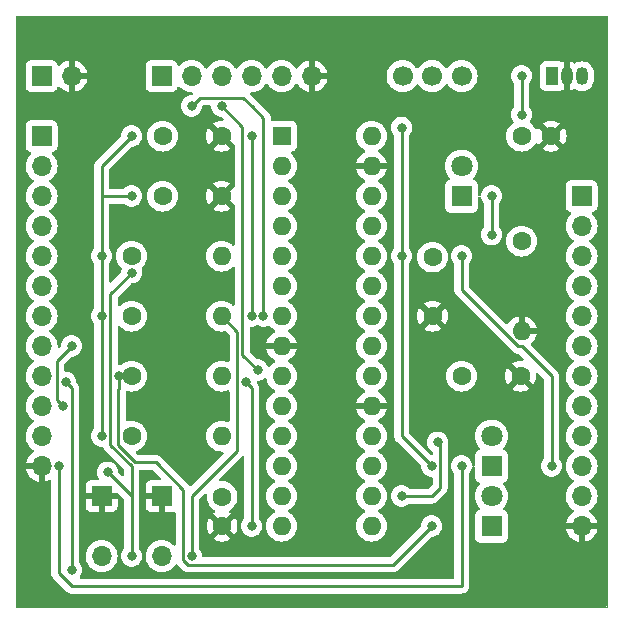
<source format=gbr>
%TF.GenerationSoftware,KiCad,Pcbnew,7.0.1*%
%TF.CreationDate,2023-04-13T23:32:15-05:00*%
%TF.ProjectId,hw4.2,6877342e-322e-46b6-9963-61645f706362,rev?*%
%TF.SameCoordinates,Original*%
%TF.FileFunction,Copper,L2,Bot*%
%TF.FilePolarity,Positive*%
%FSLAX46Y46*%
G04 Gerber Fmt 4.6, Leading zero omitted, Abs format (unit mm)*
G04 Created by KiCad (PCBNEW 7.0.1) date 2023-04-13 23:32:15*
%MOMM*%
%LPD*%
G01*
G04 APERTURE LIST*
%TA.AperFunction,ComponentPad*%
%ADD10C,1.600000*%
%TD*%
%TA.AperFunction,ComponentPad*%
%ADD11O,1.600000X1.600000*%
%TD*%
%TA.AperFunction,ComponentPad*%
%ADD12R,1.700000X1.700000*%
%TD*%
%TA.AperFunction,ComponentPad*%
%ADD13O,1.700000X1.700000*%
%TD*%
%TA.AperFunction,ComponentPad*%
%ADD14C,1.700000*%
%TD*%
%TA.AperFunction,ComponentPad*%
%ADD15C,1.800000*%
%TD*%
%TA.AperFunction,ComponentPad*%
%ADD16R,1.800000X1.800000*%
%TD*%
%TA.AperFunction,ComponentPad*%
%ADD17R,1.050000X1.500000*%
%TD*%
%TA.AperFunction,ComponentPad*%
%ADD18O,1.050000X1.500000*%
%TD*%
%TA.AperFunction,ComponentPad*%
%ADD19R,1.600000X1.600000*%
%TD*%
%TA.AperFunction,ViaPad*%
%ADD20C,0.800000*%
%TD*%
%TA.AperFunction,Conductor*%
%ADD21C,0.250000*%
%TD*%
%TA.AperFunction,Profile*%
%ADD22C,0.100000*%
%TD*%
G04 APERTURE END LIST*
D10*
%TO.P,R4,1*%
%TO.N,+3.3V*%
X147320000Y-91440000D03*
D11*
%TO.P,R4,2*%
%TO.N,/MCLR*%
X154940000Y-91440000D03*
%TD*%
D12*
%TO.P,J1,1,Pin_1*%
%TO.N,Net-(J1-Pin_1)*%
X139700000Y-71120000D03*
D13*
%TO.P,J1,2,Pin_2*%
%TO.N,GND1*%
X142240000Y-71120000D03*
%TD*%
D11*
%TO.P,R5,2*%
%TO.N,/USER*%
X154940000Y-86360000D03*
D10*
%TO.P,R5,1*%
%TO.N,+3.3V*%
X147320000Y-86360000D03*
%TD*%
D12*
%TO.P,J2,1,Pin_1*%
%TO.N,unconnected-(J2-Pin_1-Pad1)*%
X149860000Y-71120000D03*
D13*
%TO.P,J2,2,Pin_2*%
%TO.N,/U1TX*%
X152400000Y-71120000D03*
%TO.P,J2,3,Pin_3*%
%TO.N,/U1RX*%
X154940000Y-71120000D03*
%TO.P,J2,4,Pin_4*%
%TO.N,+5V*%
X157480000Y-71120000D03*
%TO.P,J2,5,Pin_5*%
%TO.N,unconnected-(J2-Pin_5-Pad5)*%
X160020000Y-71120000D03*
%TO.P,J2,6,Pin_6*%
%TO.N,GND1*%
X162560000Y-71120000D03*
%TD*%
D14*
%TO.P,SW4,1,A*%
%TO.N,+5V*%
X170260000Y-71120000D03*
%TO.P,SW4,2,B*%
%TO.N,/Vin*%
X172760000Y-71120000D03*
%TO.P,SW4,3,C*%
%TO.N,Net-(J1-Pin_1)*%
X175260000Y-71120000D03*
%TD*%
D11*
%TO.P,R2,2*%
%TO.N,/GREEN*%
X154940000Y-101600000D03*
D10*
%TO.P,R2,1*%
%TO.N,Net-(D2-K)*%
X147320000Y-101600000D03*
%TD*%
D15*
%TO.P,D2,2,A*%
%TO.N,+3.3V*%
X177800000Y-101600000D03*
D16*
%TO.P,D2,1,K*%
%TO.N,Net-(D2-K)*%
X177800000Y-104140000D03*
%TD*%
D10*
%TO.P,C4,1*%
%TO.N,+3.3V*%
X180340000Y-76200000D03*
%TO.P,C4,2*%
%TO.N,GND1*%
X182840000Y-76200000D03*
%TD*%
%TO.P,C6,1*%
%TO.N,+3.3V*%
X154980000Y-106720000D03*
%TO.P,C6,2*%
%TO.N,GND1*%
X154980000Y-109220000D03*
%TD*%
D17*
%TO.P,U2,1,VO*%
%TO.N,+3.3V*%
X182920000Y-71120000D03*
D18*
%TO.P,U2,2,GND*%
%TO.N,GND1*%
X184190000Y-71120000D03*
%TO.P,U2,3,VI*%
%TO.N,/Vin*%
X185460000Y-71120000D03*
%TD*%
D10*
%TO.P,C5,1*%
%TO.N,Net-(U1-VCAP)*%
X175260000Y-96520000D03*
%TO.P,C5,2*%
%TO.N,GND1*%
X180260000Y-96520000D03*
%TD*%
%TO.P,C2,2*%
%TO.N,GND1*%
X154940000Y-81280000D03*
%TO.P,C2,1*%
%TO.N,+3.3V*%
X149940000Y-81280000D03*
%TD*%
D16*
%TO.P,D1,1,K*%
%TO.N,Net-(D1-K)*%
X175260000Y-81280000D03*
D15*
%TO.P,D1,2,A*%
%TO.N,+3.3V*%
X175260000Y-78740000D03*
%TD*%
D11*
%TO.P,R3,2*%
%TO.N,/YELLOW*%
X154940000Y-96520000D03*
D10*
%TO.P,R3,1*%
%TO.N,Net-(D3-K)*%
X147320000Y-96520000D03*
%TD*%
D12*
%TO.P,J4,1,Pin_1*%
%TO.N,/B15*%
X185420000Y-81280000D03*
D13*
%TO.P,J4,2,Pin_2*%
%TO.N,/B14*%
X185420000Y-83820000D03*
%TO.P,J4,3,Pin_3*%
%TO.N,/B13*%
X185420000Y-86360000D03*
%TO.P,J4,4,Pin_4*%
%TO.N,/B12*%
X185420000Y-88900000D03*
%TO.P,J4,5,Pin_5*%
%TO.N,/B11*%
X185420000Y-91440000D03*
%TO.P,J4,6,Pin_6*%
%TO.N,/B10*%
X185420000Y-93980000D03*
%TO.P,J4,7,Pin_7*%
%TO.N,/B9*%
X185420000Y-96520000D03*
%TO.P,J4,8,Pin_8*%
%TO.N,/B8*%
X185420000Y-99060000D03*
%TO.P,J4,9,Pin_9*%
%TO.N,/B7*%
X185420000Y-101600000D03*
%TO.P,J4,10,Pin_10*%
%TO.N,/Vin*%
X185420000Y-104140000D03*
%TO.P,J4,11,Pin_11*%
%TO.N,+3.3V*%
X185420000Y-106680000D03*
%TO.P,J4,12,Pin_12*%
%TO.N,GND1*%
X185420000Y-109220000D03*
%TD*%
D12*
%TO.P,J3,1,Pin_1*%
%TO.N,/A0*%
X139700000Y-76200000D03*
D13*
%TO.P,J3,2,Pin_2*%
%TO.N,/A1*%
X139700000Y-78740000D03*
%TO.P,J3,3,Pin_3*%
%TO.N,/B0*%
X139700000Y-81280000D03*
%TO.P,J3,4,Pin_4*%
%TO.N,/B1*%
X139700000Y-83820000D03*
%TO.P,J3,5,Pin_5*%
%TO.N,/B2*%
X139700000Y-86360000D03*
%TO.P,J3,6,Pin_6*%
%TO.N,/A3*%
X139700000Y-88900000D03*
%TO.P,J3,7,Pin_7*%
%TO.N,/GREEN*%
X139700000Y-91440000D03*
%TO.P,J3,8,Pin_8*%
%TO.N,/YELLOW*%
X139700000Y-93980000D03*
%TO.P,J3,9,Pin_9*%
%TO.N,/B6*%
X139700000Y-96520000D03*
%TO.P,J3,10,Pin_10*%
%TO.N,/Vin*%
X139700000Y-99060000D03*
%TO.P,J3,11,Pin_11*%
%TO.N,+3.3V*%
X139700000Y-101600000D03*
%TO.P,J3,12,Pin_12*%
%TO.N,GND1*%
X139700000Y-104140000D03*
%TD*%
D10*
%TO.P,R1,1*%
%TO.N,Net-(D1-K)*%
X180340000Y-85090000D03*
D11*
%TO.P,R1,2*%
%TO.N,GND1*%
X180340000Y-92710000D03*
%TD*%
D15*
%TO.P,D3,2,A*%
%TO.N,+3.3V*%
X177800000Y-106680000D03*
D16*
%TO.P,D3,1,K*%
%TO.N,Net-(D3-K)*%
X177800000Y-109220000D03*
%TD*%
D10*
%TO.P,C3,1*%
%TO.N,/Vin*%
X172800000Y-86440000D03*
%TO.P,C3,2*%
%TO.N,GND1*%
X172800000Y-91440000D03*
%TD*%
D12*
%TO.P,SW2,1,1*%
%TO.N,GND1*%
X144780000Y-106680000D03*
D13*
%TO.P,SW2,2,2*%
%TO.N,/USER*%
X144780000Y-111760000D03*
%TD*%
D12*
%TO.P,SW1,1,1*%
%TO.N,GND1*%
X149860000Y-106680000D03*
D13*
%TO.P,SW1,2,2*%
%TO.N,/MCLR*%
X149860000Y-111760000D03*
%TD*%
D10*
%TO.P,C1,2*%
%TO.N,GND1*%
X154940000Y-76200000D03*
%TO.P,C1,1*%
%TO.N,+3.3V*%
X149940000Y-76200000D03*
%TD*%
D19*
%TO.P,U1,1,~{MCLR}*%
%TO.N,/MCLR*%
X160020000Y-76200000D03*
D11*
%TO.P,U1,2,A0*%
%TO.N,/A0*%
X160020000Y-78740000D03*
%TO.P,U1,3,A1*%
%TO.N,/A1*%
X160020000Y-81280000D03*
%TO.P,U1,4,B0*%
%TO.N,/B0*%
X160020000Y-83820000D03*
%TO.P,U1,5,B1*%
%TO.N,/B1*%
X160020000Y-86360000D03*
%TO.P,U1,6,B2*%
%TO.N,/B2*%
X160020000Y-88900000D03*
%TO.P,U1,7,B3*%
%TO.N,/U1TX*%
X160020000Y-91440000D03*
%TO.P,U1,8,VSS*%
%TO.N,GND1*%
X160020000Y-93980000D03*
%TO.P,U1,9,A2*%
%TO.N,/U1RX*%
X160020000Y-96520000D03*
%TO.P,U1,10,A3*%
%TO.N,/A3*%
X160020000Y-99060000D03*
%TO.P,U1,11,B4*%
%TO.N,/GREEN*%
X160020000Y-101600000D03*
%TO.P,U1,12,A4*%
%TO.N,/USER*%
X160020000Y-104140000D03*
%TO.P,U1,13,VDD*%
%TO.N,+3.3V*%
X160020000Y-106680000D03*
%TO.P,U1,14,B5*%
%TO.N,/YELLOW*%
X160020000Y-109220000D03*
%TO.P,U1,15,B6*%
%TO.N,/B6*%
X167640000Y-109220000D03*
%TO.P,U1,16,B7*%
%TO.N,/B7*%
X167640000Y-106680000D03*
%TO.P,U1,17,B8*%
%TO.N,/B8*%
X167640000Y-104140000D03*
%TO.P,U1,18,B9*%
%TO.N,/B9*%
X167640000Y-101600000D03*
%TO.P,U1,19,VSS*%
%TO.N,GND1*%
X167640000Y-99060000D03*
%TO.P,U1,20,VCAP*%
%TO.N,Net-(U1-VCAP)*%
X167640000Y-96520000D03*
%TO.P,U1,21,B10*%
%TO.N,/B10*%
X167640000Y-93980000D03*
%TO.P,U1,22,B11*%
%TO.N,/B11*%
X167640000Y-91440000D03*
%TO.P,U1,23,B12*%
%TO.N,/B12*%
X167640000Y-88900000D03*
%TO.P,U1,24,B13*%
%TO.N,/B13*%
X167640000Y-86360000D03*
%TO.P,U1,25,B14*%
%TO.N,/B14*%
X167640000Y-83820000D03*
%TO.P,U1,26,B15*%
%TO.N,/B15*%
X167640000Y-81280000D03*
%TO.P,U1,27,AVSS*%
%TO.N,GND1*%
X167640000Y-78740000D03*
%TO.P,U1,28,AVDD*%
%TO.N,+3.3V*%
X167640000Y-76200000D03*
%TD*%
D20*
%TO.N,/Vin*%
X170180000Y-75475500D03*
%TO.N,+3.3V*%
X170180000Y-106680000D03*
X173232300Y-102112300D03*
X180340000Y-71120000D03*
X180340000Y-74384500D03*
%TO.N,/Vin*%
X172720000Y-104140000D03*
X170180000Y-86360000D03*
X175260000Y-86360000D03*
X182880000Y-104140000D03*
%TO.N,/GREEN*%
X141515500Y-99060000D03*
X142240000Y-93980000D03*
%TO.N,/U1TX*%
X152400000Y-73660000D03*
X158479503Y-91440000D03*
%TO.N,/U1RX*%
X154940000Y-73660000D03*
X157992299Y-96007701D03*
%TO.N,/USER*%
X145292300Y-104652300D03*
%TO.N,Net-(D2-K)*%
X175260000Y-104140000D03*
X141149503Y-104140000D03*
%TO.N,Net-(D3-K)*%
X146229500Y-96520000D03*
X172720000Y-109220000D03*
%TO.N,Net-(D1-K)*%
X177800000Y-81280000D03*
X177800000Y-84544500D03*
%TO.N,/USER*%
X147320000Y-87759503D03*
X147320000Y-111760000D03*
%TO.N,/MCLR*%
X152400000Y-111760000D03*
%TO.N,/B6*%
X141727700Y-97032300D03*
X142240000Y-112935000D03*
%TO.N,/YELLOW*%
X156967700Y-97032300D03*
X157480000Y-109220000D03*
%TO.N,+3.3V*%
X147320000Y-81280000D03*
X147320000Y-76200000D03*
X144780000Y-86360000D03*
X144780000Y-101600000D03*
X144780000Y-91440000D03*
%TO.N,/MCLR*%
X157480000Y-91440000D03*
X157480000Y-76200000D03*
%TD*%
D21*
%TO.N,/Vin*%
X170180000Y-75475500D02*
X170180000Y-86360000D01*
%TO.N,+3.3V*%
X172720000Y-106680000D02*
X170180000Y-106680000D01*
X173445000Y-105955000D02*
X172720000Y-106680000D01*
X173445000Y-102325000D02*
X173445000Y-105955000D01*
X173232300Y-102112300D02*
X173445000Y-102325000D01*
X180340000Y-74384500D02*
X180340000Y-71120000D01*
%TO.N,/Vin*%
X170180000Y-101600000D02*
X170180000Y-86360000D01*
X172720000Y-104140000D02*
X170180000Y-101600000D01*
X175260000Y-89220991D02*
X175260000Y-86360000D01*
X180019009Y-93980000D02*
X175260000Y-89220991D01*
X180340000Y-93980000D02*
X180019009Y-93980000D01*
X182880000Y-104140000D02*
X182880000Y-96520000D01*
X182880000Y-96520000D02*
X180340000Y-93980000D01*
%TO.N,/GREEN*%
X142240000Y-93980000D02*
X141002700Y-95217300D01*
X141002700Y-95217300D02*
X141002700Y-98547200D01*
X141002700Y-98547200D02*
X141515500Y-99060000D01*
%TO.N,/U1TX*%
X153125000Y-72935000D02*
X152400000Y-73660000D01*
X156755000Y-72935000D02*
X153125000Y-72935000D01*
X157480000Y-73660000D02*
X156755000Y-72935000D01*
X158479503Y-74659503D02*
X157480000Y-73660000D01*
X158479503Y-91440000D02*
X158479503Y-74659503D01*
%TO.N,/U1RX*%
X156692700Y-75412700D02*
X154940000Y-73660000D01*
X156692700Y-94708102D02*
X156692700Y-75412700D01*
X157992299Y-96007701D02*
X156692700Y-94708102D01*
%TO.N,/USER*%
X145292300Y-104652300D02*
X147320000Y-106680000D01*
X147320000Y-111760000D02*
X147320000Y-106680000D01*
X147320000Y-106680000D02*
X147320000Y-104140000D01*
%TO.N,Net-(D2-K)*%
X142240000Y-114300000D02*
X172720000Y-114300000D01*
X141149503Y-113209503D02*
X142240000Y-114300000D01*
X175260000Y-114300000D02*
X175260000Y-104140000D01*
X141149503Y-104140000D02*
X141149503Y-113209503D01*
X172720000Y-114300000D02*
X175260000Y-114300000D01*
%TO.N,Net-(D3-K)*%
X146229500Y-97610500D02*
X146229500Y-96520000D01*
X146195000Y-97645000D02*
X146229500Y-97610500D01*
X146195000Y-102378604D02*
X146195000Y-97645000D01*
X147638198Y-103821802D02*
X146195000Y-102378604D01*
X149351802Y-103821802D02*
X147638198Y-103821802D01*
X151675000Y-112060305D02*
X151675000Y-106145000D01*
X172720000Y-109220000D02*
X169455000Y-112485000D01*
X169455000Y-112485000D02*
X152099695Y-112485000D01*
X151675000Y-106145000D02*
X149351802Y-103821802D01*
X152099695Y-112485000D02*
X151675000Y-112060305D01*
%TO.N,Net-(D1-K)*%
X177800000Y-84544500D02*
X177800000Y-81280000D01*
%TO.N,/USER*%
X145505000Y-89574503D02*
X147320000Y-87759503D01*
X145505000Y-102325000D02*
X145505000Y-89574503D01*
X147320000Y-104140000D02*
X145505000Y-102325000D01*
%TO.N,/MCLR*%
X152400000Y-111760000D02*
X152400000Y-106680000D01*
X156242700Y-102837300D02*
X156242700Y-92742700D01*
X156242700Y-92742700D02*
X154940000Y-91440000D01*
X152400000Y-106680000D02*
X156242700Y-102837300D01*
%TO.N,/B6*%
X142240000Y-97544600D02*
X142240000Y-112935000D01*
X141727700Y-97032300D02*
X142240000Y-97544600D01*
%TO.N,/YELLOW*%
X157480000Y-97544600D02*
X157480000Y-109220000D01*
X156967700Y-97032300D02*
X157480000Y-97544600D01*
%TO.N,+3.3V*%
X147320000Y-81280000D02*
X144780000Y-81280000D01*
X144780000Y-81280000D02*
X144780000Y-86360000D01*
X144780000Y-78740000D02*
X144780000Y-81280000D01*
X147320000Y-76200000D02*
X144780000Y-78740000D01*
X144780000Y-86360000D02*
X144780000Y-91440000D01*
X144780000Y-91440000D02*
X144780000Y-101600000D01*
%TO.N,/MCLR*%
X157480000Y-76200000D02*
X157480000Y-91440000D01*
%TD*%
%TA.AperFunction,Conductor*%
%TO.N,GND1*%
G36*
X187497500Y-66057113D02*
G01*
X187542887Y-66102500D01*
X187559500Y-66164500D01*
X187559500Y-115915500D01*
X187542887Y-115977500D01*
X187497500Y-116022887D01*
X187435500Y-116039500D01*
X137684500Y-116039500D01*
X137622500Y-116022887D01*
X137577113Y-115977500D01*
X137560500Y-115915500D01*
X137560500Y-104390000D01*
X138369364Y-104390000D01*
X138426569Y-104603492D01*
X138526399Y-104817576D01*
X138661893Y-105011081D01*
X138828918Y-105178106D01*
X139022423Y-105313600D01*
X139236507Y-105413430D01*
X139449999Y-105470635D01*
X139450000Y-105470636D01*
X139450000Y-104390000D01*
X138369364Y-104390000D01*
X137560500Y-104390000D01*
X137560500Y-101600000D01*
X138344340Y-101600000D01*
X138364936Y-101835407D01*
X138405399Y-101986416D01*
X138426097Y-102063663D01*
X138525965Y-102277830D01*
X138661505Y-102471401D01*
X138828599Y-102638495D01*
X139014597Y-102768732D01*
X139053460Y-102813048D01*
X139067471Y-102870305D01*
X139053461Y-102927561D01*
X139014595Y-102971880D01*
X138828919Y-103101892D01*
X138661890Y-103268921D01*
X138526400Y-103462421D01*
X138426569Y-103676507D01*
X138369364Y-103889999D01*
X138369364Y-103890000D01*
X139826000Y-103890000D01*
X139888000Y-103906613D01*
X139933387Y-103952000D01*
X139950000Y-104014000D01*
X139950000Y-105470635D01*
X140163492Y-105413430D01*
X140347598Y-105327580D01*
X140408113Y-105316227D01*
X140466628Y-105335381D01*
X140508717Y-105380319D01*
X140524003Y-105439962D01*
X140524003Y-113126759D01*
X140521738Y-113147265D01*
X140523942Y-113217376D01*
X140524003Y-113221271D01*
X140524003Y-113248852D01*
X140524506Y-113252837D01*
X140525421Y-113264470D01*
X140526793Y-113308129D01*
X140532382Y-113327363D01*
X140536328Y-113346419D01*
X140538838Y-113366295D01*
X140554917Y-113406907D01*
X140558700Y-113417954D01*
X140570885Y-113459894D01*
X140581083Y-113477138D01*
X140589639Y-113494603D01*
X140597017Y-113513235D01*
X140597018Y-113513236D01*
X140622683Y-113548562D01*
X140629096Y-113558325D01*
X140651329Y-113595919D01*
X140651332Y-113595922D01*
X140651333Y-113595923D01*
X140665498Y-113610088D01*
X140678130Y-113624878D01*
X140689909Y-113641090D01*
X140723561Y-113668929D01*
X140732202Y-113676792D01*
X141739197Y-114683787D01*
X141752098Y-114699889D01*
X141754212Y-114701874D01*
X141754214Y-114701877D01*
X141801561Y-114746339D01*
X141803240Y-114747916D01*
X141806036Y-114750626D01*
X141825530Y-114770120D01*
X141828704Y-114772582D01*
X141837568Y-114780153D01*
X141869418Y-114810062D01*
X141879315Y-114815503D01*
X141886974Y-114819714D01*
X141903231Y-114830392D01*
X141919064Y-114842674D01*
X141935185Y-114849649D01*
X141959156Y-114860023D01*
X141969643Y-114865160D01*
X142007908Y-114886197D01*
X142027316Y-114891180D01*
X142045710Y-114897478D01*
X142064105Y-114905438D01*
X142107254Y-114912271D01*
X142118680Y-114914638D01*
X142127029Y-114916782D01*
X142160980Y-114925500D01*
X142160981Y-114925500D01*
X142181016Y-114925500D01*
X142200413Y-114927026D01*
X142220196Y-114930160D01*
X142263674Y-114926050D01*
X142275344Y-114925500D01*
X172640981Y-114925500D01*
X172759350Y-114925500D01*
X175189151Y-114925500D01*
X175212385Y-114927696D01*
X175220412Y-114929227D01*
X175275759Y-114925745D01*
X175283545Y-114925500D01*
X175299351Y-114925500D01*
X175303582Y-114924965D01*
X175315036Y-114923517D01*
X175322738Y-114922788D01*
X175378138Y-114919304D01*
X175385902Y-114916781D01*
X175408676Y-114911689D01*
X175416792Y-114910664D01*
X175468396Y-114890231D01*
X175475671Y-114887612D01*
X175528441Y-114870467D01*
X175535337Y-114866090D01*
X175556132Y-114855494D01*
X175563732Y-114852486D01*
X175608624Y-114819869D01*
X175615026Y-114815517D01*
X175661877Y-114785786D01*
X175667461Y-114779838D01*
X175684979Y-114764394D01*
X175691587Y-114759594D01*
X175691588Y-114759591D01*
X175691590Y-114759591D01*
X175726938Y-114716861D01*
X175732080Y-114711027D01*
X175770062Y-114670582D01*
X175773999Y-114663418D01*
X175787119Y-114644114D01*
X175792324Y-114637823D01*
X175815942Y-114587630D01*
X175819467Y-114580711D01*
X175846197Y-114532092D01*
X175848228Y-114524177D01*
X175856132Y-114502223D01*
X175859614Y-114494826D01*
X175870010Y-114440325D01*
X175871698Y-114432768D01*
X175885500Y-114379019D01*
X175885500Y-114370849D01*
X175887696Y-114347615D01*
X175889227Y-114339587D01*
X175885745Y-114284241D01*
X175885500Y-114276455D01*
X175885500Y-104838687D01*
X175893736Y-104794249D01*
X175917347Y-104755717D01*
X175992533Y-104672216D01*
X176004032Y-104652300D01*
X176087179Y-104508284D01*
X176087179Y-104508283D01*
X176145674Y-104328256D01*
X176152180Y-104266348D01*
X176173925Y-104208191D01*
X176221141Y-104167864D01*
X176281989Y-104155484D01*
X176341210Y-104174156D01*
X176383953Y-104219197D01*
X176399500Y-104279314D01*
X176399500Y-105087869D01*
X176405909Y-105147484D01*
X176417474Y-105178491D01*
X176456204Y-105282331D01*
X176542454Y-105397546D01*
X176657669Y-105483796D01*
X176737905Y-105513722D01*
X176787441Y-105547737D01*
X176815168Y-105601047D01*
X176814575Y-105661134D01*
X176785802Y-105713887D01*
X176691020Y-105816848D01*
X176564076Y-106011150D01*
X176470844Y-106223696D01*
X176470842Y-106223700D01*
X176470843Y-106223700D01*
X176414394Y-106446613D01*
X176413865Y-106448700D01*
X176394699Y-106680000D01*
X176413865Y-106911299D01*
X176413865Y-106911301D01*
X176413866Y-106911305D01*
X176468361Y-107126497D01*
X176470844Y-107136303D01*
X176557007Y-107332734D01*
X176564076Y-107348849D01*
X176691021Y-107543153D01*
X176785803Y-107646114D01*
X176814575Y-107698865D01*
X176815168Y-107758951D01*
X176787441Y-107812261D01*
X176737906Y-107846276D01*
X176657671Y-107876202D01*
X176542454Y-107962454D01*
X176456204Y-108077668D01*
X176405909Y-108212516D01*
X176399500Y-108272130D01*
X176399500Y-110167869D01*
X176405909Y-110227484D01*
X176431056Y-110294907D01*
X176456204Y-110362331D01*
X176542454Y-110477546D01*
X176657669Y-110563796D01*
X176792517Y-110614091D01*
X176852127Y-110620500D01*
X178747872Y-110620499D01*
X178807483Y-110614091D01*
X178942331Y-110563796D01*
X179057546Y-110477546D01*
X179143796Y-110362331D01*
X179194091Y-110227483D01*
X179200500Y-110167873D01*
X179200500Y-109470000D01*
X184089364Y-109470000D01*
X184146569Y-109683492D01*
X184246399Y-109897576D01*
X184381893Y-110091081D01*
X184548918Y-110258106D01*
X184742423Y-110393600D01*
X184956507Y-110493430D01*
X185169999Y-110550635D01*
X185170000Y-110550636D01*
X185170000Y-109470000D01*
X185670000Y-109470000D01*
X185670000Y-110550635D01*
X185883492Y-110493430D01*
X186097576Y-110393600D01*
X186291081Y-110258106D01*
X186458106Y-110091081D01*
X186593600Y-109897576D01*
X186693430Y-109683492D01*
X186750636Y-109470000D01*
X185670000Y-109470000D01*
X185170000Y-109470000D01*
X184089364Y-109470000D01*
X179200500Y-109470000D01*
X179200499Y-108272128D01*
X179194091Y-108212517D01*
X179143796Y-108077669D01*
X179057546Y-107962454D01*
X178942331Y-107876204D01*
X178882893Y-107854035D01*
X178862093Y-107846277D01*
X178812558Y-107812261D01*
X178784831Y-107758951D01*
X178785424Y-107698864D01*
X178814196Y-107646114D01*
X178908979Y-107543153D01*
X179035924Y-107348849D01*
X179129157Y-107136300D01*
X179186134Y-106911305D01*
X179205300Y-106680000D01*
X179205300Y-106679999D01*
X184064340Y-106679999D01*
X184084936Y-106915407D01*
X184129709Y-107082502D01*
X184146097Y-107143663D01*
X184245965Y-107357830D01*
X184381505Y-107551401D01*
X184548599Y-107718495D01*
X184734597Y-107848732D01*
X184773460Y-107893048D01*
X184787471Y-107950305D01*
X184773461Y-108007561D01*
X184734595Y-108051880D01*
X184548919Y-108181892D01*
X184381890Y-108348921D01*
X184246400Y-108542421D01*
X184146569Y-108756507D01*
X184089364Y-108969999D01*
X184089364Y-108970000D01*
X186750636Y-108970000D01*
X186750635Y-108969999D01*
X186693430Y-108756507D01*
X186593599Y-108542421D01*
X186458109Y-108348921D01*
X186291081Y-108181893D01*
X186105404Y-108051880D01*
X186066539Y-108007562D01*
X186052528Y-107950305D01*
X186066539Y-107893048D01*
X186105402Y-107848732D01*
X186291401Y-107718495D01*
X186458495Y-107551401D01*
X186594035Y-107357830D01*
X186693903Y-107143663D01*
X186755063Y-106915408D01*
X186775659Y-106680000D01*
X186755063Y-106444592D01*
X186693903Y-106216337D01*
X186594035Y-106002171D01*
X186458495Y-105808599D01*
X186291401Y-105641505D01*
X186105839Y-105511573D01*
X186066975Y-105467257D01*
X186052964Y-105410000D01*
X186066975Y-105352743D01*
X186105839Y-105308426D01*
X186291401Y-105178495D01*
X186458495Y-105011401D01*
X186594035Y-104817830D01*
X186693903Y-104603663D01*
X186755063Y-104375408D01*
X186775659Y-104140000D01*
X186755063Y-103904592D01*
X186693903Y-103676337D01*
X186594035Y-103462171D01*
X186458495Y-103268599D01*
X186291401Y-103101505D01*
X186105839Y-102971573D01*
X186066974Y-102927255D01*
X186052964Y-102869999D01*
X186066975Y-102812742D01*
X186105837Y-102768428D01*
X186291401Y-102638495D01*
X186458495Y-102471401D01*
X186594035Y-102277830D01*
X186693903Y-102063663D01*
X186755063Y-101835408D01*
X186775659Y-101600000D01*
X186755063Y-101364592D01*
X186693903Y-101136337D01*
X186594035Y-100922171D01*
X186458495Y-100728599D01*
X186291401Y-100561505D01*
X186105839Y-100431573D01*
X186066974Y-100387255D01*
X186052964Y-100329999D01*
X186066975Y-100272742D01*
X186105837Y-100228428D01*
X186291401Y-100098495D01*
X186458495Y-99931401D01*
X186594035Y-99737830D01*
X186693903Y-99523663D01*
X186755063Y-99295408D01*
X186775659Y-99060000D01*
X186755063Y-98824592D01*
X186693903Y-98596337D01*
X186594035Y-98382171D01*
X186458495Y-98188599D01*
X186291401Y-98021505D01*
X186105839Y-97891573D01*
X186066976Y-97847257D01*
X186052965Y-97790000D01*
X186066976Y-97732743D01*
X186105839Y-97688426D01*
X186291401Y-97558495D01*
X186458495Y-97391401D01*
X186594035Y-97197830D01*
X186693903Y-96983663D01*
X186755063Y-96755408D01*
X186775659Y-96520000D01*
X186773916Y-96500083D01*
X186755063Y-96284592D01*
X186716309Y-96139960D01*
X186693903Y-96056337D01*
X186594035Y-95842171D01*
X186458495Y-95648599D01*
X186291401Y-95481505D01*
X186105839Y-95351573D01*
X186066975Y-95307257D01*
X186052964Y-95250000D01*
X186066975Y-95192743D01*
X186105839Y-95148426D01*
X186291401Y-95018495D01*
X186458495Y-94851401D01*
X186594035Y-94657830D01*
X186693903Y-94443663D01*
X186755063Y-94215408D01*
X186775659Y-93980000D01*
X186755063Y-93744592D01*
X186693903Y-93516337D01*
X186594035Y-93302171D01*
X186458495Y-93108599D01*
X186291401Y-92941505D01*
X186105839Y-92811573D01*
X186066974Y-92767255D01*
X186052964Y-92709999D01*
X186066975Y-92652742D01*
X186105837Y-92608428D01*
X186291401Y-92478495D01*
X186458495Y-92311401D01*
X186594035Y-92117830D01*
X186693903Y-91903663D01*
X186755063Y-91675408D01*
X186775659Y-91440000D01*
X186755063Y-91204592D01*
X186693903Y-90976337D01*
X186594035Y-90762171D01*
X186458495Y-90568599D01*
X186291401Y-90401505D01*
X186105839Y-90271573D01*
X186066975Y-90227257D01*
X186052964Y-90170000D01*
X186066975Y-90112743D01*
X186105839Y-90068426D01*
X186291401Y-89938495D01*
X186458495Y-89771401D01*
X186594035Y-89577830D01*
X186693903Y-89363663D01*
X186755063Y-89135408D01*
X186775659Y-88900000D01*
X186755063Y-88664592D01*
X186693903Y-88436337D01*
X186594035Y-88222171D01*
X186458495Y-88028599D01*
X186291401Y-87861505D01*
X186105839Y-87731573D01*
X186066975Y-87687257D01*
X186052964Y-87630000D01*
X186066975Y-87572743D01*
X186105839Y-87528426D01*
X186291401Y-87398495D01*
X186458495Y-87231401D01*
X186594035Y-87037830D01*
X186693903Y-86823663D01*
X186755063Y-86595408D01*
X186775659Y-86360000D01*
X186755063Y-86124592D01*
X186693903Y-85896337D01*
X186594035Y-85682171D01*
X186458495Y-85488599D01*
X186291401Y-85321505D01*
X186105839Y-85191573D01*
X186066975Y-85147257D01*
X186052964Y-85090000D01*
X186066975Y-85032743D01*
X186105839Y-84988426D01*
X186291401Y-84858495D01*
X186458495Y-84691401D01*
X186594035Y-84497830D01*
X186693903Y-84283663D01*
X186755063Y-84055408D01*
X186775659Y-83820000D01*
X186755063Y-83584592D01*
X186693903Y-83356337D01*
X186594035Y-83142171D01*
X186458495Y-82948599D01*
X186336569Y-82826672D01*
X186305273Y-82773927D01*
X186303084Y-82712634D01*
X186330537Y-82657789D01*
X186380916Y-82622810D01*
X186512331Y-82573796D01*
X186627546Y-82487546D01*
X186713796Y-82372331D01*
X186764091Y-82237483D01*
X186770500Y-82177873D01*
X186770499Y-80382128D01*
X186764091Y-80322517D01*
X186713796Y-80187669D01*
X186627546Y-80072454D01*
X186512331Y-79986204D01*
X186377483Y-79935909D01*
X186317873Y-79929500D01*
X186317869Y-79929500D01*
X184522130Y-79929500D01*
X184462515Y-79935909D01*
X184327669Y-79986204D01*
X184212454Y-80072454D01*
X184126204Y-80187668D01*
X184075909Y-80322515D01*
X184075909Y-80322517D01*
X184069783Y-80379500D01*
X184069500Y-80382130D01*
X184069500Y-82177869D01*
X184074876Y-82227872D01*
X184075909Y-82237483D01*
X184126204Y-82372331D01*
X184212454Y-82487546D01*
X184327669Y-82573796D01*
X184417383Y-82607257D01*
X184459082Y-82622810D01*
X184509462Y-82657789D01*
X184536915Y-82712634D01*
X184534726Y-82773926D01*
X184503431Y-82826673D01*
X184381503Y-82948601D01*
X184245965Y-83142170D01*
X184146097Y-83356336D01*
X184084936Y-83584592D01*
X184064340Y-83820000D01*
X184084936Y-84055407D01*
X184094193Y-84089953D01*
X184146097Y-84283663D01*
X184245965Y-84497830D01*
X184381505Y-84691401D01*
X184548599Y-84858495D01*
X184734160Y-84988426D01*
X184773024Y-85032743D01*
X184787035Y-85090000D01*
X184773024Y-85147257D01*
X184734158Y-85191575D01*
X184612955Y-85276443D01*
X184548595Y-85321508D01*
X184381505Y-85488598D01*
X184245965Y-85682170D01*
X184146097Y-85896336D01*
X184084936Y-86124592D01*
X184064340Y-86360000D01*
X184084936Y-86595407D01*
X184129709Y-86762501D01*
X184146097Y-86823663D01*
X184245965Y-87037830D01*
X184381505Y-87231401D01*
X184548599Y-87398495D01*
X184734160Y-87528426D01*
X184773024Y-87572743D01*
X184787035Y-87630000D01*
X184773024Y-87687257D01*
X184734158Y-87731575D01*
X184612955Y-87816443D01*
X184548595Y-87861508D01*
X184381505Y-88028598D01*
X184245965Y-88222170D01*
X184146097Y-88436336D01*
X184084936Y-88664592D01*
X184064340Y-88899999D01*
X184084936Y-89135407D01*
X184118412Y-89260340D01*
X184146097Y-89363663D01*
X184245965Y-89577830D01*
X184381505Y-89771401D01*
X184548599Y-89938495D01*
X184734160Y-90068426D01*
X184773024Y-90112743D01*
X184787035Y-90170000D01*
X184773024Y-90227257D01*
X184734158Y-90271575D01*
X184606487Y-90360972D01*
X184548595Y-90401508D01*
X184381505Y-90568598D01*
X184245965Y-90762170D01*
X184146097Y-90976336D01*
X184084936Y-91204592D01*
X184064340Y-91439999D01*
X184084936Y-91675407D01*
X184129709Y-91842502D01*
X184146097Y-91903663D01*
X184245965Y-92117830D01*
X184381505Y-92311401D01*
X184548599Y-92478495D01*
X184734160Y-92608426D01*
X184773024Y-92652743D01*
X184787035Y-92710000D01*
X184773024Y-92767257D01*
X184734159Y-92811575D01*
X184548595Y-92941508D01*
X184381505Y-93108598D01*
X184245965Y-93302170D01*
X184146097Y-93516336D01*
X184084936Y-93744592D01*
X184064340Y-93980000D01*
X184084936Y-94215407D01*
X184127289Y-94373469D01*
X184146097Y-94443663D01*
X184245965Y-94657830D01*
X184381505Y-94851401D01*
X184548599Y-95018495D01*
X184734160Y-95148426D01*
X184773024Y-95192743D01*
X184787035Y-95250000D01*
X184773024Y-95307257D01*
X184734158Y-95351575D01*
X184550322Y-95480299D01*
X184548595Y-95481508D01*
X184381505Y-95648598D01*
X184245965Y-95842170D01*
X184146097Y-96056336D01*
X184084936Y-96284592D01*
X184064340Y-96519999D01*
X184084936Y-96755407D01*
X184125877Y-96908201D01*
X184146097Y-96983663D01*
X184245965Y-97197830D01*
X184381505Y-97391401D01*
X184548599Y-97558495D01*
X184734160Y-97688426D01*
X184773024Y-97732743D01*
X184787035Y-97790000D01*
X184773024Y-97847257D01*
X184734159Y-97891575D01*
X184548595Y-98021508D01*
X184381505Y-98188598D01*
X184245965Y-98382170D01*
X184146097Y-98596336D01*
X184084936Y-98824592D01*
X184064340Y-99060000D01*
X184084936Y-99295407D01*
X184129709Y-99462502D01*
X184146097Y-99523663D01*
X184245965Y-99737830D01*
X184381505Y-99931401D01*
X184548599Y-100098495D01*
X184734160Y-100228426D01*
X184773024Y-100272743D01*
X184787035Y-100330000D01*
X184773024Y-100387257D01*
X184734159Y-100431575D01*
X184548595Y-100561508D01*
X184381505Y-100728598D01*
X184245965Y-100922170D01*
X184146097Y-101136336D01*
X184084936Y-101364592D01*
X184064340Y-101600000D01*
X184084936Y-101835407D01*
X184125399Y-101986416D01*
X184146097Y-102063663D01*
X184245965Y-102277830D01*
X184381505Y-102471401D01*
X184548599Y-102638495D01*
X184734160Y-102768426D01*
X184773024Y-102812743D01*
X184787035Y-102870000D01*
X184773024Y-102927257D01*
X184734159Y-102971575D01*
X184725700Y-102977498D01*
X184594462Y-103069392D01*
X184548595Y-103101508D01*
X184381505Y-103268598D01*
X184245965Y-103462170D01*
X184146097Y-103676336D01*
X184084936Y-103904592D01*
X184064340Y-104140000D01*
X184084936Y-104375407D01*
X184120813Y-104509302D01*
X184146097Y-104603663D01*
X184245965Y-104817830D01*
X184381505Y-105011401D01*
X184548599Y-105178495D01*
X184734160Y-105308426D01*
X184773024Y-105352743D01*
X184787035Y-105410000D01*
X184773024Y-105467257D01*
X184734159Y-105511575D01*
X184548595Y-105641508D01*
X184381505Y-105808598D01*
X184245965Y-106002170D01*
X184146097Y-106216336D01*
X184084936Y-106444592D01*
X184064340Y-106679999D01*
X179205300Y-106679999D01*
X179186134Y-106448695D01*
X179129157Y-106223700D01*
X179035924Y-106011151D01*
X178959784Y-105894610D01*
X178908980Y-105816848D01*
X178901385Y-105808598D01*
X178814195Y-105713884D01*
X178785424Y-105661134D01*
X178784831Y-105601047D01*
X178812558Y-105547737D01*
X178862092Y-105513722D01*
X178942331Y-105483796D01*
X179057546Y-105397546D01*
X179143796Y-105282331D01*
X179194091Y-105147483D01*
X179200500Y-105087873D01*
X179200499Y-103192128D01*
X179194091Y-103132517D01*
X179143796Y-102997669D01*
X179057546Y-102882454D01*
X178942331Y-102796204D01*
X178882893Y-102774035D01*
X178862093Y-102766277D01*
X178812558Y-102732261D01*
X178784831Y-102678951D01*
X178785424Y-102618864D01*
X178814196Y-102566114D01*
X178908979Y-102463153D01*
X179035924Y-102268849D01*
X179129157Y-102056300D01*
X179186134Y-101831305D01*
X179205300Y-101600000D01*
X179186134Y-101368695D01*
X179129157Y-101143700D01*
X179035924Y-100931151D01*
X178908979Y-100736847D01*
X178751784Y-100566087D01*
X178568626Y-100423530D01*
X178364503Y-100313064D01*
X178364499Y-100313062D01*
X178364498Y-100313062D01*
X178144984Y-100237702D01*
X177973282Y-100209050D01*
X177916049Y-100199500D01*
X177683951Y-100199500D01*
X177638164Y-100207140D01*
X177455015Y-100237702D01*
X177235501Y-100313062D01*
X177235497Y-100313063D01*
X177235497Y-100313064D01*
X177204714Y-100329723D01*
X177031372Y-100423531D01*
X176848215Y-100566087D01*
X176691020Y-100736848D01*
X176564076Y-100931150D01*
X176470844Y-101143696D01*
X176470842Y-101143700D01*
X176470843Y-101143700D01*
X176420903Y-101340909D01*
X176413865Y-101368700D01*
X176394699Y-101600000D01*
X176413865Y-101831299D01*
X176413865Y-101831301D01*
X176413866Y-101831305D01*
X176468361Y-102046497D01*
X176470844Y-102056303D01*
X176475663Y-102067289D01*
X176564076Y-102268849D01*
X176691021Y-102463153D01*
X176785803Y-102566114D01*
X176814575Y-102618865D01*
X176815168Y-102678951D01*
X176787441Y-102732261D01*
X176737906Y-102766276D01*
X176657671Y-102796202D01*
X176542454Y-102882454D01*
X176456204Y-102997668D01*
X176405909Y-103132516D01*
X176404757Y-103143228D01*
X176399553Y-103191642D01*
X176399500Y-103192131D01*
X176399500Y-104000684D01*
X176383953Y-104060800D01*
X176341210Y-104105842D01*
X176281989Y-104124514D01*
X176221142Y-104112134D01*
X176173925Y-104071807D01*
X176152180Y-104013648D01*
X176145674Y-103951744D01*
X176115332Y-103858363D01*
X176087179Y-103771715D01*
X175992533Y-103607783D01*
X175865870Y-103467110D01*
X175712730Y-103355848D01*
X175539802Y-103278855D01*
X175354648Y-103239500D01*
X175354646Y-103239500D01*
X175165354Y-103239500D01*
X175165352Y-103239500D01*
X174980197Y-103278855D01*
X174807269Y-103355848D01*
X174654129Y-103467110D01*
X174527466Y-103607783D01*
X174432820Y-103771715D01*
X174374326Y-103951742D01*
X174354540Y-104140000D01*
X174374326Y-104328257D01*
X174432820Y-104508284D01*
X174527464Y-104672213D01*
X174545548Y-104692297D01*
X174602652Y-104755717D01*
X174626264Y-104794249D01*
X174634500Y-104838687D01*
X174634500Y-113550500D01*
X174617887Y-113612500D01*
X174572500Y-113657887D01*
X174510500Y-113674500D01*
X172799019Y-113674500D01*
X143064403Y-113674500D01*
X143009269Y-113661568D01*
X142965634Y-113625471D01*
X142942600Y-113573737D01*
X142944970Y-113517156D01*
X142966170Y-113478591D01*
X142966017Y-113478503D01*
X142970235Y-113471196D01*
X142972251Y-113467530D01*
X142972533Y-113467216D01*
X143067179Y-113303284D01*
X143067178Y-113303284D01*
X143125674Y-113123256D01*
X143145460Y-112935000D01*
X143125674Y-112746744D01*
X143067179Y-112566716D01*
X143067179Y-112566715D01*
X142972535Y-112402786D01*
X142937645Y-112364037D01*
X142897347Y-112319282D01*
X142873736Y-112280751D01*
X142865500Y-112236313D01*
X142865500Y-111759999D01*
X143424340Y-111759999D01*
X143444936Y-111995407D01*
X143489709Y-112162501D01*
X143506097Y-112223663D01*
X143605965Y-112437830D01*
X143741505Y-112631401D01*
X143908599Y-112798495D01*
X144102170Y-112934035D01*
X144316337Y-113033903D01*
X144544592Y-113095063D01*
X144780000Y-113115659D01*
X145015408Y-113095063D01*
X145243663Y-113033903D01*
X145457830Y-112934035D01*
X145651401Y-112798495D01*
X145818495Y-112631401D01*
X145954035Y-112437830D01*
X146053903Y-112223663D01*
X146115063Y-111995408D01*
X146135659Y-111760000D01*
X146115063Y-111524592D01*
X146053903Y-111296337D01*
X145954035Y-111082171D01*
X145818495Y-110888599D01*
X145651401Y-110721505D01*
X145457830Y-110585965D01*
X145243663Y-110486097D01*
X145182502Y-110469709D01*
X145015407Y-110424936D01*
X144780000Y-110404340D01*
X144544592Y-110424936D01*
X144316336Y-110486097D01*
X144102170Y-110585965D01*
X143908598Y-110721505D01*
X143741505Y-110888598D01*
X143605965Y-111082170D01*
X143506097Y-111296336D01*
X143444936Y-111524592D01*
X143424340Y-111759999D01*
X142865500Y-111759999D01*
X142865500Y-106930000D01*
X143430000Y-106930000D01*
X143430000Y-107577824D01*
X143436402Y-107637375D01*
X143486647Y-107772089D01*
X143572811Y-107887188D01*
X143687910Y-107973352D01*
X143822624Y-108023597D01*
X143882176Y-108030000D01*
X144530000Y-108030000D01*
X144530000Y-106930000D01*
X145030000Y-106930000D01*
X145030000Y-108030000D01*
X145677824Y-108030000D01*
X145737375Y-108023597D01*
X145872089Y-107973352D01*
X145987188Y-107887188D01*
X146073352Y-107772089D01*
X146123597Y-107637375D01*
X146130000Y-107577824D01*
X146130000Y-106930000D01*
X145030000Y-106930000D01*
X144530000Y-106930000D01*
X143430000Y-106930000D01*
X142865500Y-106930000D01*
X142865500Y-106430000D01*
X143430000Y-106430000D01*
X146134047Y-106430000D01*
X146181500Y-106439439D01*
X146221728Y-106466319D01*
X146658181Y-106902772D01*
X146685061Y-106943000D01*
X146694500Y-106990453D01*
X146694500Y-111061313D01*
X146686264Y-111105751D01*
X146662652Y-111144282D01*
X146629545Y-111181051D01*
X146587464Y-111227786D01*
X146492820Y-111391715D01*
X146434326Y-111571742D01*
X146414540Y-111760000D01*
X146434326Y-111948257D01*
X146492820Y-112128284D01*
X146587466Y-112292216D01*
X146714129Y-112432889D01*
X146867269Y-112544151D01*
X147040197Y-112621144D01*
X147225352Y-112660500D01*
X147225354Y-112660500D01*
X147414646Y-112660500D01*
X147414648Y-112660500D01*
X147551547Y-112631401D01*
X147599803Y-112621144D01*
X147772730Y-112544151D01*
X147844659Y-112491892D01*
X147925870Y-112432889D01*
X148052533Y-112292216D01*
X148147179Y-112128284D01*
X148190353Y-111995408D01*
X148205674Y-111948256D01*
X148225460Y-111760000D01*
X148205674Y-111571744D01*
X148147179Y-111391716D01*
X148147179Y-111391715D01*
X148052535Y-111227786D01*
X148039427Y-111213229D01*
X147977347Y-111144282D01*
X147953736Y-111105751D01*
X147945500Y-111061313D01*
X147945500Y-106930000D01*
X148510000Y-106930000D01*
X148510000Y-107577824D01*
X148516402Y-107637375D01*
X148566647Y-107772089D01*
X148652811Y-107887188D01*
X148767910Y-107973352D01*
X148902624Y-108023597D01*
X148962176Y-108030000D01*
X149610000Y-108030000D01*
X149610000Y-106930000D01*
X148510000Y-106930000D01*
X147945500Y-106930000D01*
X147945500Y-106762744D01*
X147947764Y-106742237D01*
X147945561Y-106672127D01*
X147945500Y-106668232D01*
X147945500Y-104571302D01*
X147962113Y-104509302D01*
X148007500Y-104463915D01*
X148069500Y-104447302D01*
X149041350Y-104447302D01*
X149088803Y-104456741D01*
X149129031Y-104483621D01*
X149763729Y-105118319D01*
X149793979Y-105167682D01*
X149798521Y-105225398D01*
X149776366Y-105278885D01*
X149732343Y-105316485D01*
X149676048Y-105330000D01*
X148962176Y-105330000D01*
X148902624Y-105336402D01*
X148767910Y-105386647D01*
X148652811Y-105472811D01*
X148566647Y-105587910D01*
X148516402Y-105722624D01*
X148510000Y-105782176D01*
X148510000Y-106430000D01*
X149986000Y-106430000D01*
X150048000Y-106446613D01*
X150093387Y-106492000D01*
X150110000Y-106554000D01*
X150110000Y-108030000D01*
X150757824Y-108030000D01*
X150817375Y-108023597D01*
X150882166Y-107999432D01*
X150940953Y-107992581D01*
X150996220Y-108013758D01*
X151035376Y-108058139D01*
X151049500Y-108115614D01*
X151049500Y-110740242D01*
X151035985Y-110796537D01*
X150998385Y-110840560D01*
X150944898Y-110862715D01*
X150887182Y-110858173D01*
X150837819Y-110827923D01*
X150731404Y-110721508D01*
X150731401Y-110721505D01*
X150537830Y-110585965D01*
X150323663Y-110486097D01*
X150262502Y-110469709D01*
X150095407Y-110424936D01*
X149860000Y-110404340D01*
X149624592Y-110424936D01*
X149396336Y-110486097D01*
X149182170Y-110585965D01*
X148988598Y-110721505D01*
X148821505Y-110888598D01*
X148685965Y-111082170D01*
X148586097Y-111296336D01*
X148524936Y-111524592D01*
X148504340Y-111760000D01*
X148524936Y-111995407D01*
X148569709Y-112162501D01*
X148586097Y-112223663D01*
X148685965Y-112437830D01*
X148821505Y-112631401D01*
X148988599Y-112798495D01*
X149182170Y-112934035D01*
X149396337Y-113033903D01*
X149624592Y-113095063D01*
X149860000Y-113115659D01*
X150095408Y-113095063D01*
X150323663Y-113033903D01*
X150537830Y-112934035D01*
X150731401Y-112798495D01*
X150898495Y-112631401D01*
X151004059Y-112480640D01*
X151047897Y-112442026D01*
X151104550Y-112427769D01*
X151161445Y-112441034D01*
X151205950Y-112478877D01*
X151215406Y-112491892D01*
X151249058Y-112519731D01*
X151257699Y-112527594D01*
X151598889Y-112868784D01*
X151611789Y-112884886D01*
X151662918Y-112932900D01*
X151665714Y-112935610D01*
X151685224Y-112955120D01*
X151688406Y-112957588D01*
X151697266Y-112965155D01*
X151729113Y-112995062D01*
X151746665Y-113004711D01*
X151762933Y-113015397D01*
X151778759Y-113027673D01*
X151818841Y-113045017D01*
X151829328Y-113050155D01*
X151867602Y-113071197D01*
X151876105Y-113073379D01*
X151887003Y-113076178D01*
X151905408Y-113082478D01*
X151923799Y-113090437D01*
X151966945Y-113097270D01*
X151978363Y-113099635D01*
X152020676Y-113110500D01*
X152040711Y-113110500D01*
X152060110Y-113112027D01*
X152079891Y-113115160D01*
X152123369Y-113111050D01*
X152135039Y-113110500D01*
X169372256Y-113110500D01*
X169392762Y-113112764D01*
X169395665Y-113112672D01*
X169395667Y-113112673D01*
X169462872Y-113110561D01*
X169466768Y-113110500D01*
X169494349Y-113110500D01*
X169494350Y-113110500D01*
X169498319Y-113109998D01*
X169509965Y-113109080D01*
X169553627Y-113107709D01*
X169572859Y-113102120D01*
X169591918Y-113098174D01*
X169599099Y-113097267D01*
X169611792Y-113095664D01*
X169652407Y-113079582D01*
X169663444Y-113075803D01*
X169705390Y-113063618D01*
X169722629Y-113053422D01*
X169740102Y-113044862D01*
X169758732Y-113037486D01*
X169794064Y-113011814D01*
X169803830Y-113005400D01*
X169841418Y-112983171D01*
X169841417Y-112983171D01*
X169841420Y-112983170D01*
X169855585Y-112969004D01*
X169870373Y-112956373D01*
X169886587Y-112944594D01*
X169914438Y-112910926D01*
X169922279Y-112902309D01*
X172667771Y-110156819D01*
X172708000Y-110129939D01*
X172755453Y-110120500D01*
X172814648Y-110120500D01*
X172938084Y-110094262D01*
X172999803Y-110081144D01*
X173172730Y-110004151D01*
X173253495Y-109945472D01*
X173325870Y-109892889D01*
X173452533Y-109752216D01*
X173547179Y-109588284D01*
X173593186Y-109446689D01*
X173605674Y-109408256D01*
X173625460Y-109220000D01*
X173605674Y-109031744D01*
X173547179Y-108851716D01*
X173547179Y-108851715D01*
X173452533Y-108687783D01*
X173325870Y-108547110D01*
X173172730Y-108435848D01*
X172999802Y-108358855D01*
X172814648Y-108319500D01*
X172814646Y-108319500D01*
X172625354Y-108319500D01*
X172625352Y-108319500D01*
X172440197Y-108358855D01*
X172267269Y-108435848D01*
X172114129Y-108547110D01*
X171987466Y-108687783D01*
X171892820Y-108851715D01*
X171834326Y-109031742D01*
X171816679Y-109199649D01*
X171805279Y-109240070D01*
X171781039Y-109274368D01*
X169232228Y-111823181D01*
X169192000Y-111850061D01*
X169144547Y-111859500D01*
X153427568Y-111859500D01*
X153369354Y-111844985D01*
X153324767Y-111804840D01*
X153304247Y-111748461D01*
X153285674Y-111571744D01*
X153227179Y-111391716D01*
X153227179Y-111391715D01*
X153132535Y-111227786D01*
X153119427Y-111213229D01*
X153057347Y-111144282D01*
X153033736Y-111105751D01*
X153025500Y-111061313D01*
X153025500Y-110299026D01*
X154254526Y-110299026D01*
X154327515Y-110350133D01*
X154533673Y-110446266D01*
X154753397Y-110505141D01*
X154980000Y-110524966D01*
X155206602Y-110505141D01*
X155426326Y-110446266D01*
X155632480Y-110350134D01*
X155705472Y-110299025D01*
X154980001Y-109573553D01*
X154980000Y-109573553D01*
X154254526Y-110299025D01*
X154254526Y-110299026D01*
X153025500Y-110299026D01*
X153025500Y-109220000D01*
X153675033Y-109220000D01*
X153694858Y-109446602D01*
X153753733Y-109666326D01*
X153849866Y-109872484D01*
X153900972Y-109945471D01*
X153900974Y-109945472D01*
X154626446Y-109220001D01*
X155333553Y-109220001D01*
X156059025Y-109945472D01*
X156110134Y-109872480D01*
X156206266Y-109666326D01*
X156265141Y-109446602D01*
X156284966Y-109220000D01*
X156265141Y-108993397D01*
X156206266Y-108773673D01*
X156110133Y-108567515D01*
X156059025Y-108494526D01*
X155333553Y-109220000D01*
X155333553Y-109220001D01*
X154626446Y-109220001D01*
X154626446Y-109220000D01*
X153900973Y-108494526D01*
X153900973Y-108494527D01*
X153849865Y-108567516D01*
X153753733Y-108773672D01*
X153694858Y-108993397D01*
X153675033Y-109220000D01*
X153025500Y-109220000D01*
X153025500Y-106990452D01*
X153034939Y-106942999D01*
X153061819Y-106902771D01*
X153244591Y-106719999D01*
X153474853Y-106489736D01*
X153526278Y-106458837D01*
X153586192Y-106455697D01*
X153640568Y-106481053D01*
X153676675Y-106528968D01*
X153686060Y-106588226D01*
X153674531Y-106719999D01*
X153694364Y-106946689D01*
X153753261Y-107166497D01*
X153849432Y-107372735D01*
X153979953Y-107559140D01*
X154140859Y-107720046D01*
X154327264Y-107850567D01*
X154327265Y-107850567D01*
X154327266Y-107850568D01*
X154342975Y-107857893D01*
X154395150Y-107903649D01*
X154414570Y-107970274D01*
X154395151Y-108036899D01*
X154342977Y-108082656D01*
X154327517Y-108089865D01*
X154254527Y-108140973D01*
X154254526Y-108140973D01*
X154980000Y-108866446D01*
X154980001Y-108866446D01*
X155705472Y-108140974D01*
X155705471Y-108140972D01*
X155632483Y-108089866D01*
X155617023Y-108082657D01*
X155564847Y-108036899D01*
X155545428Y-107970273D01*
X155564849Y-107903647D01*
X155617023Y-107857893D01*
X155632734Y-107850568D01*
X155819139Y-107720047D01*
X155980047Y-107559139D01*
X156110568Y-107372734D01*
X156206739Y-107166496D01*
X156265635Y-106946692D01*
X156285468Y-106720000D01*
X156265635Y-106493308D01*
X156206739Y-106273504D01*
X156110568Y-106067266D01*
X156101629Y-106054500D01*
X155980046Y-105880859D01*
X155819140Y-105719953D01*
X155632735Y-105589432D01*
X155426497Y-105493261D01*
X155206689Y-105434364D01*
X154979999Y-105414531D01*
X154848226Y-105426060D01*
X154788968Y-105416675D01*
X154741053Y-105380568D01*
X154715697Y-105326192D01*
X154718837Y-105266278D01*
X154749736Y-105214853D01*
X156626489Y-103338100D01*
X156647735Y-103321081D01*
X156657813Y-103314687D01*
X156658534Y-103315823D01*
X156689231Y-103295798D01*
X156747586Y-103289912D01*
X156802119Y-103311503D01*
X156840629Y-103355741D01*
X156854500Y-103412729D01*
X156854500Y-108521313D01*
X156846264Y-108565751D01*
X156822652Y-108604282D01*
X156789545Y-108641051D01*
X156747464Y-108687786D01*
X156652820Y-108851715D01*
X156594326Y-109031742D01*
X156574540Y-109219999D01*
X156594326Y-109408257D01*
X156652820Y-109588284D01*
X156747466Y-109752216D01*
X156874129Y-109892889D01*
X157027269Y-110004151D01*
X157200197Y-110081144D01*
X157385352Y-110120500D01*
X157385354Y-110120500D01*
X157574646Y-110120500D01*
X157574648Y-110120500D01*
X157698084Y-110094262D01*
X157759803Y-110081144D01*
X157932730Y-110004151D01*
X158013495Y-109945472D01*
X158085870Y-109892889D01*
X158212533Y-109752216D01*
X158307179Y-109588284D01*
X158353186Y-109446689D01*
X158365674Y-109408256D01*
X158385460Y-109220000D01*
X158365674Y-109031744D01*
X158307179Y-108851716D01*
X158307179Y-108851715D01*
X158212535Y-108687786D01*
X158199427Y-108673229D01*
X158137347Y-108604282D01*
X158113736Y-108565751D01*
X158105500Y-108521313D01*
X158105500Y-97627344D01*
X158107764Y-97606836D01*
X158105561Y-97536713D01*
X158105500Y-97532819D01*
X158105500Y-97505254D01*
X158105500Y-97505250D01*
X158104997Y-97501270D01*
X158104081Y-97489628D01*
X158102710Y-97445973D01*
X158097118Y-97426726D01*
X158093174Y-97407685D01*
X158090664Y-97387808D01*
X158074579Y-97347183D01*
X158070808Y-97336168D01*
X158058618Y-97294210D01*
X158048414Y-97276955D01*
X158039861Y-97259495D01*
X158032486Y-97240869D01*
X158032486Y-97240868D01*
X158006808Y-97205525D01*
X158000401Y-97195771D01*
X157978170Y-97158180D01*
X157964006Y-97144016D01*
X157951371Y-97129223D01*
X157939594Y-97113013D01*
X157933833Y-97105083D01*
X157910536Y-97041926D01*
X157923670Y-96975904D01*
X157969365Y-96926473D01*
X158034154Y-96908201D01*
X158086947Y-96908201D01*
X158249952Y-96873553D01*
X158272102Y-96868845D01*
X158358331Y-96830453D01*
X158445026Y-96791854D01*
X158445029Y-96791852D01*
X158551382Y-96714581D01*
X158606472Y-96692184D01*
X158665658Y-96698013D01*
X158715322Y-96730729D01*
X158744041Y-96782807D01*
X158793261Y-96966497D01*
X158889432Y-97172735D01*
X159019953Y-97359140D01*
X159180859Y-97520046D01*
X159314547Y-97613654D01*
X159367266Y-97650568D01*
X159425275Y-97677618D01*
X159477450Y-97723375D01*
X159496869Y-97790000D01*
X159477450Y-97856625D01*
X159425275Y-97902382D01*
X159367263Y-97929433D01*
X159180859Y-98059953D01*
X159019953Y-98220859D01*
X158889432Y-98407264D01*
X158793261Y-98613502D01*
X158734364Y-98833310D01*
X158714531Y-99060000D01*
X158734364Y-99286689D01*
X158793261Y-99506497D01*
X158889432Y-99712735D01*
X159019953Y-99899140D01*
X159180859Y-100060046D01*
X159235765Y-100098491D01*
X159367266Y-100190568D01*
X159425273Y-100217617D01*
X159477449Y-100263373D01*
X159496869Y-100329997D01*
X159477451Y-100396622D01*
X159425276Y-100442380D01*
X159367266Y-100469431D01*
X159180859Y-100599953D01*
X159019953Y-100760859D01*
X158889432Y-100947264D01*
X158793261Y-101153502D01*
X158734364Y-101373310D01*
X158714531Y-101600000D01*
X158734364Y-101826689D01*
X158793261Y-102046497D01*
X158889432Y-102252735D01*
X159019953Y-102439140D01*
X159180859Y-102600046D01*
X159360141Y-102725579D01*
X159367266Y-102730568D01*
X159400165Y-102745909D01*
X159425275Y-102757618D01*
X159477450Y-102803375D01*
X159496869Y-102870000D01*
X159477450Y-102936625D01*
X159425275Y-102982382D01*
X159367263Y-103009433D01*
X159180859Y-103139953D01*
X159019953Y-103300859D01*
X158889432Y-103487264D01*
X158793261Y-103693502D01*
X158734364Y-103913310D01*
X158714531Y-104140000D01*
X158734364Y-104366689D01*
X158793261Y-104586497D01*
X158889432Y-104792735D01*
X159019953Y-104979140D01*
X159180859Y-105140046D01*
X159287693Y-105214851D01*
X159367266Y-105270568D01*
X159425275Y-105297618D01*
X159477450Y-105343375D01*
X159496869Y-105410000D01*
X159477450Y-105476625D01*
X159425275Y-105522382D01*
X159367263Y-105549433D01*
X159180859Y-105679953D01*
X159019953Y-105840859D01*
X158889432Y-106027264D01*
X158793261Y-106233502D01*
X158734364Y-106453310D01*
X158714531Y-106680000D01*
X158734364Y-106906689D01*
X158793261Y-107126497D01*
X158889432Y-107332735D01*
X159019953Y-107519140D01*
X159180859Y-107680046D01*
X159312312Y-107772089D01*
X159367266Y-107810568D01*
X159425275Y-107837618D01*
X159477450Y-107883375D01*
X159496869Y-107950000D01*
X159477450Y-108016625D01*
X159425275Y-108062382D01*
X159367263Y-108089433D01*
X159180859Y-108219953D01*
X159019953Y-108380859D01*
X158889432Y-108567264D01*
X158793261Y-108773502D01*
X158734364Y-108993310D01*
X158714531Y-109220000D01*
X158734364Y-109446689D01*
X158793261Y-109666497D01*
X158889432Y-109872735D01*
X159019953Y-110059140D01*
X159180859Y-110220046D01*
X159367264Y-110350567D01*
X159367265Y-110350567D01*
X159367266Y-110350568D01*
X159573504Y-110446739D01*
X159793308Y-110505635D01*
X160020000Y-110525468D01*
X160246692Y-110505635D01*
X160466496Y-110446739D01*
X160672734Y-110350568D01*
X160859139Y-110220047D01*
X161020047Y-110059139D01*
X161150568Y-109872734D01*
X161246739Y-109666496D01*
X161305635Y-109446692D01*
X161325468Y-109220000D01*
X166334531Y-109220000D01*
X166354364Y-109446689D01*
X166413261Y-109666497D01*
X166509432Y-109872735D01*
X166639953Y-110059140D01*
X166800859Y-110220046D01*
X166987264Y-110350567D01*
X166987265Y-110350567D01*
X166987266Y-110350568D01*
X167193504Y-110446739D01*
X167413308Y-110505635D01*
X167640000Y-110525468D01*
X167866692Y-110505635D01*
X168086496Y-110446739D01*
X168292734Y-110350568D01*
X168479139Y-110220047D01*
X168640047Y-110059139D01*
X168770568Y-109872734D01*
X168866739Y-109666496D01*
X168925635Y-109446692D01*
X168945468Y-109220000D01*
X168925635Y-108993308D01*
X168866739Y-108773504D01*
X168770568Y-108567266D01*
X168769507Y-108565751D01*
X168640046Y-108380859D01*
X168479140Y-108219953D01*
X168292732Y-108089430D01*
X168234724Y-108062380D01*
X168182549Y-108016623D01*
X168163130Y-107949997D01*
X168182550Y-107883373D01*
X168234721Y-107837619D01*
X168292734Y-107810568D01*
X168479139Y-107680047D01*
X168640047Y-107519139D01*
X168770568Y-107332734D01*
X168866739Y-107126496D01*
X168925635Y-106906692D01*
X168945468Y-106680000D01*
X169274540Y-106680000D01*
X169294326Y-106868257D01*
X169352820Y-107048284D01*
X169447466Y-107212216D01*
X169574129Y-107352889D01*
X169727269Y-107464151D01*
X169900197Y-107541144D01*
X170085352Y-107580500D01*
X170085354Y-107580500D01*
X170274646Y-107580500D01*
X170274648Y-107580500D01*
X170411547Y-107551401D01*
X170459803Y-107541144D01*
X170632730Y-107464151D01*
X170785871Y-107352888D01*
X170791598Y-107346526D01*
X170833312Y-107316220D01*
X170883747Y-107305500D01*
X172637256Y-107305500D01*
X172657762Y-107307764D01*
X172660665Y-107307672D01*
X172660667Y-107307673D01*
X172727872Y-107305561D01*
X172731768Y-107305500D01*
X172759349Y-107305500D01*
X172759350Y-107305500D01*
X172763319Y-107304998D01*
X172774965Y-107304080D01*
X172818627Y-107302709D01*
X172837859Y-107297120D01*
X172856918Y-107293174D01*
X172863196Y-107292381D01*
X172876792Y-107290664D01*
X172917407Y-107274582D01*
X172928444Y-107270803D01*
X172970390Y-107258618D01*
X172987629Y-107248422D01*
X173005102Y-107239862D01*
X173023732Y-107232486D01*
X173059064Y-107206814D01*
X173068830Y-107200400D01*
X173106418Y-107178171D01*
X173106417Y-107178171D01*
X173106420Y-107178170D01*
X173120585Y-107164004D01*
X173135373Y-107151373D01*
X173151587Y-107139594D01*
X173179438Y-107105926D01*
X173187279Y-107097309D01*
X173828788Y-106455801D01*
X173844885Y-106442906D01*
X173846873Y-106440787D01*
X173846877Y-106440786D01*
X173892948Y-106391723D01*
X173895566Y-106389023D01*
X173915120Y-106369471D01*
X173917581Y-106366298D01*
X173925156Y-106357427D01*
X173955062Y-106325582D01*
X173964712Y-106308027D01*
X173975400Y-106291757D01*
X173987671Y-106275938D01*
X173987673Y-106275936D01*
X174005026Y-106235832D01*
X174010157Y-106225362D01*
X174011073Y-106223696D01*
X174031197Y-106187092D01*
X174036175Y-106167699D01*
X174042481Y-106149282D01*
X174044018Y-106145728D01*
X174050438Y-106130896D01*
X174057272Y-106087745D01*
X174059635Y-106076331D01*
X174070500Y-106034019D01*
X174070500Y-106013984D01*
X174072027Y-105994585D01*
X174075160Y-105974804D01*
X174071050Y-105931325D01*
X174070500Y-105919656D01*
X174070500Y-102466305D01*
X174076569Y-102427987D01*
X174090812Y-102384151D01*
X174117974Y-102300556D01*
X174137760Y-102112300D01*
X174117974Y-101924044D01*
X174059479Y-101744016D01*
X174059479Y-101744015D01*
X173964833Y-101580083D01*
X173838170Y-101439410D01*
X173685030Y-101328148D01*
X173512102Y-101251155D01*
X173326948Y-101211800D01*
X173326946Y-101211800D01*
X173137654Y-101211800D01*
X173137652Y-101211800D01*
X172952497Y-101251155D01*
X172779569Y-101328148D01*
X172626429Y-101439410D01*
X172499766Y-101580083D01*
X172405120Y-101744015D01*
X172346626Y-101924042D01*
X172326840Y-102112300D01*
X172346626Y-102300557D01*
X172405120Y-102480584D01*
X172499766Y-102644516D01*
X172626429Y-102785189D01*
X172768385Y-102888325D01*
X172805985Y-102932348D01*
X172819500Y-102988643D01*
X172819500Y-103055547D01*
X172805985Y-103111842D01*
X172768385Y-103155865D01*
X172714898Y-103178020D01*
X172657182Y-103173478D01*
X172607819Y-103143228D01*
X170841819Y-101377228D01*
X170814939Y-101337000D01*
X170805500Y-101289547D01*
X170805500Y-96520000D01*
X173954531Y-96520000D01*
X173974364Y-96746689D01*
X174033261Y-96966497D01*
X174129432Y-97172735D01*
X174259953Y-97359140D01*
X174420859Y-97520046D01*
X174607264Y-97650567D01*
X174607265Y-97650567D01*
X174607266Y-97650568D01*
X174813504Y-97746739D01*
X175033308Y-97805635D01*
X175260000Y-97825468D01*
X175486692Y-97805635D01*
X175706496Y-97746739D01*
X175912734Y-97650568D01*
X175986344Y-97599026D01*
X179534526Y-97599026D01*
X179607515Y-97650133D01*
X179813673Y-97746266D01*
X180033397Y-97805141D01*
X180260000Y-97824966D01*
X180486602Y-97805141D01*
X180706326Y-97746266D01*
X180912480Y-97650134D01*
X180985472Y-97599025D01*
X180260001Y-96873553D01*
X180260000Y-96873553D01*
X179534526Y-97599025D01*
X179534526Y-97599026D01*
X175986344Y-97599026D01*
X176099139Y-97520047D01*
X176260047Y-97359139D01*
X176390568Y-97172734D01*
X176486739Y-96966496D01*
X176545635Y-96746692D01*
X176565468Y-96520000D01*
X176565468Y-96519999D01*
X178955033Y-96519999D01*
X178974858Y-96746602D01*
X179033733Y-96966326D01*
X179129866Y-97172484D01*
X179180972Y-97245471D01*
X179180973Y-97245472D01*
X179906446Y-96520000D01*
X179906446Y-96519998D01*
X179180973Y-95794527D01*
X179129865Y-95867516D01*
X179033733Y-96073672D01*
X178974858Y-96293397D01*
X178955033Y-96519999D01*
X176565468Y-96519999D01*
X176545635Y-96293308D01*
X176486739Y-96073504D01*
X176390568Y-95867266D01*
X176372996Y-95842171D01*
X176260046Y-95680859D01*
X176099140Y-95519953D01*
X175912735Y-95389432D01*
X175706497Y-95293261D01*
X175486689Y-95234364D01*
X175260000Y-95214531D01*
X175033310Y-95234364D01*
X174813502Y-95293261D01*
X174607264Y-95389432D01*
X174420859Y-95519953D01*
X174259953Y-95680859D01*
X174129432Y-95867264D01*
X174033261Y-96073502D01*
X173974364Y-96293310D01*
X173954531Y-96520000D01*
X170805500Y-96520000D01*
X170805500Y-92519026D01*
X172074526Y-92519026D01*
X172147515Y-92570133D01*
X172353673Y-92666266D01*
X172573397Y-92725141D01*
X172800000Y-92744966D01*
X173026602Y-92725141D01*
X173246326Y-92666266D01*
X173452480Y-92570134D01*
X173525472Y-92519025D01*
X172800001Y-91793553D01*
X172800000Y-91793553D01*
X172074526Y-92519025D01*
X172074526Y-92519026D01*
X170805500Y-92519026D01*
X170805500Y-91440000D01*
X171495033Y-91440000D01*
X171514858Y-91666602D01*
X171573733Y-91886326D01*
X171669866Y-92092484D01*
X171720972Y-92165471D01*
X171720974Y-92165472D01*
X172446446Y-91440001D01*
X173153553Y-91440001D01*
X173879025Y-92165472D01*
X173930134Y-92092480D01*
X174026266Y-91886326D01*
X174085141Y-91666602D01*
X174104966Y-91440000D01*
X174085141Y-91213397D01*
X174026266Y-90993673D01*
X173930133Y-90787515D01*
X173879025Y-90714526D01*
X173153553Y-91440000D01*
X173153553Y-91440001D01*
X172446446Y-91440001D01*
X172446446Y-91440000D01*
X171720973Y-90714526D01*
X171720973Y-90714527D01*
X171669865Y-90787516D01*
X171573733Y-90993672D01*
X171514858Y-91213397D01*
X171495033Y-91440000D01*
X170805500Y-91440000D01*
X170805500Y-90360973D01*
X172074526Y-90360973D01*
X172800000Y-91086446D01*
X172800001Y-91086446D01*
X173525472Y-90360974D01*
X173525471Y-90360972D01*
X173452484Y-90309866D01*
X173246326Y-90213733D01*
X173026602Y-90154858D01*
X172800000Y-90135033D01*
X172573397Y-90154858D01*
X172353672Y-90213733D01*
X172147516Y-90309865D01*
X172074527Y-90360973D01*
X172074526Y-90360973D01*
X170805500Y-90360973D01*
X170805500Y-87058687D01*
X170813736Y-87014249D01*
X170837347Y-86975717D01*
X170912533Y-86892216D01*
X170915836Y-86886496D01*
X171007179Y-86728284D01*
X171007179Y-86728283D01*
X171065674Y-86548256D01*
X171077052Y-86439999D01*
X171494531Y-86439999D01*
X171514364Y-86666689D01*
X171573261Y-86886497D01*
X171669432Y-87092735D01*
X171799953Y-87279140D01*
X171960859Y-87440046D01*
X172147264Y-87570567D01*
X172147265Y-87570567D01*
X172147266Y-87570568D01*
X172353504Y-87666739D01*
X172573308Y-87725635D01*
X172800000Y-87745468D01*
X173026692Y-87725635D01*
X173246496Y-87666739D01*
X173452734Y-87570568D01*
X173639139Y-87440047D01*
X173800047Y-87279139D01*
X173930568Y-87092734D01*
X174026739Y-86886496D01*
X174085635Y-86666692D01*
X174105468Y-86440000D01*
X174098469Y-86360000D01*
X174354540Y-86360000D01*
X174374326Y-86548257D01*
X174432820Y-86728284D01*
X174527464Y-86892213D01*
X174527467Y-86892216D01*
X174602652Y-86975717D01*
X174626264Y-87014249D01*
X174634500Y-87058687D01*
X174634500Y-89138247D01*
X174632235Y-89158753D01*
X174634439Y-89228864D01*
X174634500Y-89232759D01*
X174634500Y-89260340D01*
X174635003Y-89264325D01*
X174635918Y-89275958D01*
X174637290Y-89319617D01*
X174642879Y-89338851D01*
X174646825Y-89357907D01*
X174649335Y-89377783D01*
X174665414Y-89418395D01*
X174669197Y-89429442D01*
X174681382Y-89471382D01*
X174691580Y-89488626D01*
X174700136Y-89506091D01*
X174707514Y-89524723D01*
X174707515Y-89524724D01*
X174733180Y-89560050D01*
X174739593Y-89569813D01*
X174761826Y-89607407D01*
X174761829Y-89607410D01*
X174761830Y-89607411D01*
X174775995Y-89621576D01*
X174788627Y-89636366D01*
X174800406Y-89652578D01*
X174834058Y-89680417D01*
X174842699Y-89688280D01*
X179518205Y-94363787D01*
X179531105Y-94379888D01*
X179582232Y-94427900D01*
X179585028Y-94430610D01*
X179604538Y-94450120D01*
X179607720Y-94452588D01*
X179616580Y-94460155D01*
X179648427Y-94490062D01*
X179665981Y-94499712D01*
X179682245Y-94510396D01*
X179693981Y-94519499D01*
X179698073Y-94522673D01*
X179722918Y-94533424D01*
X179738161Y-94540021D01*
X179748640Y-94545154D01*
X179786917Y-94566197D01*
X179806315Y-94571177D01*
X179824717Y-94577477D01*
X179843113Y-94585438D01*
X179886270Y-94592273D01*
X179897673Y-94594634D01*
X179939990Y-94605500D01*
X179960025Y-94605500D01*
X179979422Y-94607026D01*
X179999205Y-94610160D01*
X180020021Y-94608192D01*
X180073693Y-94614973D01*
X180119371Y-94643961D01*
X180490810Y-95015400D01*
X180521711Y-95066827D01*
X180524851Y-95126741D01*
X180499495Y-95181116D01*
X180451580Y-95217223D01*
X180392323Y-95226609D01*
X180260000Y-95215033D01*
X180033397Y-95234858D01*
X179813672Y-95293733D01*
X179607516Y-95389865D01*
X179534526Y-95440973D01*
X181339025Y-97245472D01*
X181390134Y-97172480D01*
X181486266Y-96966326D01*
X181545141Y-96746602D01*
X181564966Y-96519999D01*
X181553390Y-96387677D01*
X181562775Y-96328419D01*
X181598882Y-96280504D01*
X181653258Y-96255148D01*
X181713172Y-96258288D01*
X181764597Y-96289187D01*
X181995407Y-96519998D01*
X182218181Y-96742772D01*
X182245061Y-96783000D01*
X182254500Y-96830453D01*
X182254500Y-103441313D01*
X182246264Y-103485751D01*
X182222652Y-103524282D01*
X182189545Y-103561051D01*
X182147464Y-103607786D01*
X182052820Y-103771715D01*
X181994326Y-103951742D01*
X181974540Y-104140000D01*
X181994326Y-104328257D01*
X182052820Y-104508284D01*
X182147466Y-104672216D01*
X182274129Y-104812889D01*
X182427269Y-104924151D01*
X182600197Y-105001144D01*
X182785352Y-105040500D01*
X182785354Y-105040500D01*
X182974646Y-105040500D01*
X182974648Y-105040500D01*
X183111547Y-105011401D01*
X183159803Y-105001144D01*
X183332730Y-104924151D01*
X183479073Y-104817827D01*
X183485870Y-104812889D01*
X183612533Y-104672216D01*
X183707179Y-104508284D01*
X183707179Y-104508283D01*
X183765674Y-104328256D01*
X183785460Y-104140000D01*
X183765674Y-103951744D01*
X183735332Y-103858363D01*
X183707179Y-103771715D01*
X183612535Y-103607786D01*
X183599427Y-103593229D01*
X183537347Y-103524282D01*
X183513736Y-103485751D01*
X183505500Y-103441313D01*
X183505500Y-96602740D01*
X183507763Y-96582236D01*
X183505561Y-96512144D01*
X183505500Y-96508250D01*
X183505500Y-96480657D01*
X183505500Y-96480650D01*
X183504995Y-96476653D01*
X183504080Y-96465023D01*
X183502709Y-96421372D01*
X183497119Y-96402134D01*
X183493174Y-96383082D01*
X183490664Y-96363208D01*
X183489160Y-96359410D01*
X183474578Y-96322581D01*
X183470805Y-96311560D01*
X183458617Y-96269610D01*
X183448421Y-96252369D01*
X183439863Y-96234902D01*
X183432486Y-96216268D01*
X183406798Y-96180912D01*
X183400409Y-96171184D01*
X183378170Y-96133579D01*
X183364006Y-96119415D01*
X183351369Y-96104620D01*
X183339595Y-96088414D01*
X183321775Y-96073672D01*
X183305935Y-96060568D01*
X183297305Y-96052714D01*
X181151230Y-93906639D01*
X181122389Y-93861368D01*
X181115383Y-93808149D01*
X181131525Y-93756956D01*
X181167790Y-93717382D01*
X181178816Y-93709661D01*
X181339658Y-93548819D01*
X181470134Y-93362480D01*
X181566266Y-93156326D01*
X181618872Y-92960000D01*
X180214000Y-92960000D01*
X180152000Y-92943387D01*
X180106613Y-92898000D01*
X180090000Y-92836000D01*
X180090000Y-91431128D01*
X180590000Y-91431128D01*
X180590000Y-92460000D01*
X181618872Y-92460000D01*
X181618871Y-92459999D01*
X181566266Y-92263673D01*
X181470134Y-92057519D01*
X181339658Y-91871180D01*
X181178819Y-91710341D01*
X180992480Y-91579865D01*
X180786326Y-91483733D01*
X180590000Y-91431128D01*
X180090000Y-91431128D01*
X180089999Y-91431128D01*
X179893673Y-91483733D01*
X179687519Y-91579865D01*
X179501180Y-91710341D01*
X179340341Y-91871180D01*
X179203644Y-92066404D01*
X179202095Y-92065319D01*
X179175050Y-92099004D01*
X179121099Y-92122735D01*
X179062285Y-92118876D01*
X179011898Y-92088298D01*
X175921819Y-88998219D01*
X175894939Y-88957991D01*
X175885500Y-88910538D01*
X175885500Y-87058687D01*
X175893736Y-87014249D01*
X175917347Y-86975717D01*
X175992533Y-86892216D01*
X175995836Y-86886496D01*
X176087179Y-86728284D01*
X176087179Y-86728283D01*
X176145674Y-86548256D01*
X176165460Y-86360000D01*
X176145674Y-86171744D01*
X176087760Y-85993504D01*
X176087179Y-85991715D01*
X175992533Y-85827783D01*
X175865870Y-85687110D01*
X175712730Y-85575848D01*
X175539802Y-85498855D01*
X175354648Y-85459500D01*
X175354646Y-85459500D01*
X175165354Y-85459500D01*
X175165352Y-85459500D01*
X174980197Y-85498855D01*
X174807269Y-85575848D01*
X174654129Y-85687110D01*
X174527466Y-85827783D01*
X174432820Y-85991715D01*
X174374326Y-86171742D01*
X174354540Y-86360000D01*
X174098469Y-86360000D01*
X174085635Y-86213308D01*
X174026739Y-85993504D01*
X173930568Y-85787266D01*
X173900473Y-85744286D01*
X173800046Y-85600859D01*
X173639140Y-85439953D01*
X173452735Y-85309432D01*
X173246497Y-85213261D01*
X173026689Y-85154364D01*
X172800000Y-85134531D01*
X172573310Y-85154364D01*
X172353502Y-85213261D01*
X172147264Y-85309432D01*
X171960859Y-85439953D01*
X171799953Y-85600859D01*
X171669432Y-85787264D01*
X171573261Y-85993502D01*
X171514364Y-86213310D01*
X171494531Y-86439999D01*
X171077052Y-86439999D01*
X171085460Y-86360000D01*
X171065674Y-86171744D01*
X171007760Y-85993504D01*
X171007179Y-85991715D01*
X170912535Y-85827786D01*
X170876050Y-85787266D01*
X170837347Y-85744282D01*
X170813736Y-85705751D01*
X170805500Y-85661313D01*
X170805500Y-78740000D01*
X173854699Y-78740000D01*
X173873865Y-78971299D01*
X173873865Y-78971301D01*
X173873866Y-78971305D01*
X173928361Y-79186497D01*
X173930844Y-79196303D01*
X174016896Y-79392480D01*
X174024076Y-79408849D01*
X174151021Y-79603153D01*
X174245803Y-79706114D01*
X174274575Y-79758865D01*
X174275168Y-79818951D01*
X174247441Y-79872261D01*
X174197906Y-79906276D01*
X174117671Y-79936202D01*
X174002454Y-80022454D01*
X173916204Y-80137668D01*
X173865909Y-80272516D01*
X173864306Y-80287419D01*
X173860534Y-80322516D01*
X173859500Y-80332130D01*
X173859500Y-82227869D01*
X173865909Y-82287483D01*
X173916204Y-82422331D01*
X174002454Y-82537546D01*
X174117669Y-82623796D01*
X174252517Y-82674091D01*
X174312127Y-82680500D01*
X176207872Y-82680499D01*
X176267483Y-82674091D01*
X176402331Y-82623796D01*
X176517546Y-82537546D01*
X176603796Y-82422331D01*
X176654091Y-82287483D01*
X176660500Y-82227873D01*
X176660499Y-81419312D01*
X176676046Y-81359199D01*
X176718789Y-81314157D01*
X176778009Y-81295485D01*
X176838857Y-81307864D01*
X176886073Y-81348191D01*
X176907820Y-81406353D01*
X176914326Y-81468257D01*
X176972820Y-81648284D01*
X177067464Y-81812213D01*
X177067467Y-81812216D01*
X177142652Y-81895717D01*
X177166264Y-81934249D01*
X177174500Y-81978687D01*
X177174500Y-83845813D01*
X177166264Y-83890251D01*
X177142652Y-83928782D01*
X177115055Y-83959432D01*
X177067464Y-84012286D01*
X176972820Y-84176215D01*
X176914326Y-84356242D01*
X176894540Y-84544500D01*
X176914326Y-84732757D01*
X176972820Y-84912784D01*
X177067466Y-85076716D01*
X177194129Y-85217389D01*
X177347269Y-85328651D01*
X177520197Y-85405644D01*
X177705352Y-85445000D01*
X177705354Y-85445000D01*
X177894646Y-85445000D01*
X177894648Y-85445000D01*
X178018084Y-85418762D01*
X178079803Y-85405644D01*
X178252730Y-85328651D01*
X178313008Y-85284857D01*
X178405870Y-85217389D01*
X178419383Y-85202382D01*
X178520572Y-85090000D01*
X179034531Y-85090000D01*
X179054364Y-85316689D01*
X179113261Y-85536497D01*
X179209432Y-85742735D01*
X179339953Y-85929140D01*
X179500859Y-86090046D01*
X179687264Y-86220567D01*
X179687265Y-86220567D01*
X179687266Y-86220568D01*
X179893504Y-86316739D01*
X180113308Y-86375635D01*
X180340000Y-86395468D01*
X180566692Y-86375635D01*
X180786496Y-86316739D01*
X180992734Y-86220568D01*
X181179139Y-86090047D01*
X181340047Y-85929139D01*
X181470568Y-85742734D01*
X181566739Y-85536496D01*
X181625635Y-85316692D01*
X181645468Y-85090000D01*
X181625635Y-84863308D01*
X181566739Y-84643504D01*
X181470568Y-84437266D01*
X181413836Y-84356244D01*
X181340046Y-84250859D01*
X181179140Y-84089953D01*
X180992735Y-83959432D01*
X180786497Y-83863261D01*
X180566689Y-83804364D01*
X180340000Y-83784531D01*
X180113310Y-83804364D01*
X179893502Y-83863261D01*
X179687264Y-83959432D01*
X179500859Y-84089953D01*
X179339953Y-84250859D01*
X179209432Y-84437264D01*
X179113261Y-84643502D01*
X179054364Y-84863310D01*
X179034531Y-85090000D01*
X178520572Y-85090000D01*
X178532533Y-85076716D01*
X178627179Y-84912784D01*
X178685674Y-84732756D01*
X178705460Y-84544500D01*
X178685674Y-84356244D01*
X178627179Y-84176216D01*
X178627179Y-84176215D01*
X178532535Y-84012286D01*
X178519427Y-83997729D01*
X178457347Y-83928782D01*
X178433736Y-83890251D01*
X178425500Y-83845813D01*
X178425500Y-81978687D01*
X178433736Y-81934249D01*
X178457347Y-81895717D01*
X178532533Y-81812216D01*
X178627179Y-81648284D01*
X178685674Y-81468256D01*
X178705460Y-81280000D01*
X178685674Y-81091744D01*
X178627179Y-80911716D01*
X178627179Y-80911715D01*
X178532533Y-80747783D01*
X178405870Y-80607110D01*
X178252730Y-80495848D01*
X178079802Y-80418855D01*
X177894648Y-80379500D01*
X177894646Y-80379500D01*
X177705354Y-80379500D01*
X177705352Y-80379500D01*
X177520197Y-80418855D01*
X177347269Y-80495848D01*
X177194129Y-80607110D01*
X177067466Y-80747783D01*
X176972820Y-80911715D01*
X176914326Y-81091742D01*
X176907820Y-81153647D01*
X176886073Y-81211809D01*
X176838857Y-81252136D01*
X176778009Y-81264515D01*
X176718789Y-81245843D01*
X176676046Y-81200801D01*
X176660499Y-81140685D01*
X176660499Y-80332130D01*
X176659466Y-80322517D01*
X176654091Y-80272517D01*
X176603796Y-80137669D01*
X176517546Y-80022454D01*
X176402331Y-79936204D01*
X176327852Y-79908425D01*
X176322093Y-79906277D01*
X176272558Y-79872261D01*
X176244831Y-79818951D01*
X176245424Y-79758864D01*
X176274196Y-79706114D01*
X176368979Y-79603153D01*
X176495924Y-79408849D01*
X176589157Y-79196300D01*
X176646134Y-78971305D01*
X176665300Y-78740000D01*
X176646134Y-78508695D01*
X176589157Y-78283700D01*
X176495924Y-78071151D01*
X176368979Y-77876847D01*
X176211784Y-77706087D01*
X176028626Y-77563530D01*
X175824503Y-77453064D01*
X175824499Y-77453062D01*
X175824498Y-77453062D01*
X175604984Y-77377702D01*
X175433282Y-77349050D01*
X175376049Y-77339500D01*
X175143951Y-77339500D01*
X175098164Y-77347140D01*
X174915015Y-77377702D01*
X174695501Y-77453062D01*
X174491372Y-77563531D01*
X174308215Y-77706087D01*
X174151020Y-77876848D01*
X174024076Y-78071150D01*
X173930844Y-78283696D01*
X173930842Y-78283700D01*
X173930843Y-78283700D01*
X173874066Y-78507908D01*
X173873865Y-78508700D01*
X173854699Y-78740000D01*
X170805500Y-78740000D01*
X170805500Y-76200000D01*
X179034531Y-76200000D01*
X179054364Y-76426689D01*
X179113261Y-76646497D01*
X179209432Y-76852735D01*
X179339953Y-77039140D01*
X179500859Y-77200046D01*
X179687264Y-77330567D01*
X179687265Y-77330567D01*
X179687266Y-77330568D01*
X179893504Y-77426739D01*
X180113308Y-77485635D01*
X180253052Y-77497861D01*
X180339999Y-77505468D01*
X180339999Y-77505467D01*
X180340000Y-77505468D01*
X180566692Y-77485635D01*
X180786496Y-77426739D01*
X180992734Y-77330568D01*
X181066344Y-77279026D01*
X182114526Y-77279026D01*
X182187515Y-77330133D01*
X182393673Y-77426266D01*
X182613397Y-77485141D01*
X182839999Y-77504966D01*
X183066602Y-77485141D01*
X183286326Y-77426266D01*
X183492480Y-77330134D01*
X183565472Y-77279025D01*
X182840001Y-76553553D01*
X182840000Y-76553553D01*
X182114526Y-77279025D01*
X182114526Y-77279026D01*
X181066344Y-77279026D01*
X181179139Y-77200047D01*
X181340047Y-77039139D01*
X181470568Y-76852734D01*
X181477893Y-76837023D01*
X181523647Y-76784849D01*
X181590273Y-76765428D01*
X181656899Y-76784847D01*
X181702657Y-76837023D01*
X181709866Y-76852483D01*
X181760972Y-76925471D01*
X181760973Y-76925472D01*
X182486446Y-76199999D01*
X183193553Y-76199999D01*
X183919025Y-76925472D01*
X183970134Y-76852480D01*
X184066266Y-76646326D01*
X184125141Y-76426602D01*
X184144966Y-76199999D01*
X184125141Y-75973397D01*
X184066266Y-75753673D01*
X183970133Y-75547515D01*
X183919025Y-75474526D01*
X183193553Y-76199999D01*
X182486446Y-76199999D01*
X182486446Y-76199998D01*
X181760973Y-75474527D01*
X181709865Y-75547517D01*
X181702656Y-75562977D01*
X181656899Y-75615151D01*
X181590274Y-75634570D01*
X181523649Y-75615150D01*
X181477893Y-75562975D01*
X181470567Y-75547264D01*
X181340046Y-75360859D01*
X181179139Y-75199952D01*
X181072151Y-75125039D01*
X181068878Y-75120973D01*
X182114526Y-75120973D01*
X182840000Y-75846446D01*
X182840001Y-75846446D01*
X183565472Y-75120974D01*
X183565471Y-75120972D01*
X183492484Y-75069866D01*
X183286326Y-74973733D01*
X183066602Y-74914858D01*
X182840000Y-74895033D01*
X182613397Y-74914858D01*
X182393672Y-74973733D01*
X182187516Y-75069865D01*
X182114527Y-75120973D01*
X182114526Y-75120973D01*
X181068878Y-75120973D01*
X181028851Y-75071249D01*
X181021035Y-75002640D01*
X181051124Y-74940492D01*
X181072533Y-74916716D01*
X181167179Y-74752784D01*
X181225674Y-74572756D01*
X181245460Y-74384500D01*
X181225674Y-74196244D01*
X181167179Y-74016216D01*
X181167179Y-74016215D01*
X181072535Y-73852286D01*
X181059427Y-73837729D01*
X180997347Y-73768782D01*
X180973736Y-73730251D01*
X180965500Y-73685813D01*
X180965500Y-71917869D01*
X181894500Y-71917869D01*
X181900909Y-71977484D01*
X181911274Y-72005273D01*
X181951204Y-72112331D01*
X182037454Y-72227546D01*
X182152669Y-72313796D01*
X182287517Y-72364091D01*
X182347127Y-72370500D01*
X183492872Y-72370499D01*
X183552483Y-72364091D01*
X183687331Y-72313796D01*
X183687332Y-72313795D01*
X183700926Y-72308725D01*
X183737601Y-72292857D01*
X183795071Y-72296322D01*
X183940000Y-72340286D01*
X183940000Y-71975672D01*
X183940711Y-71962416D01*
X183941122Y-71958588D01*
X183945500Y-71917873D01*
X183945500Y-71395380D01*
X184434500Y-71395380D01*
X184439403Y-71445161D01*
X184440000Y-71457315D01*
X184440000Y-72340285D01*
X184584149Y-72296558D01*
X184766016Y-72199348D01*
X184824470Y-72184706D01*
X184882923Y-72199348D01*
X184887504Y-72201797D01*
X184887506Y-72201798D01*
X185065659Y-72297023D01*
X185258967Y-72355662D01*
X185460000Y-72375462D01*
X185661033Y-72355662D01*
X185854341Y-72297023D01*
X186032494Y-72201798D01*
X186188647Y-72073647D01*
X186316798Y-71917494D01*
X186412023Y-71739341D01*
X186470662Y-71546033D01*
X186485500Y-71395380D01*
X186485500Y-70844620D01*
X186470662Y-70693967D01*
X186412023Y-70500659D01*
X186316798Y-70322506D01*
X186234420Y-70222128D01*
X186188647Y-70166352D01*
X186085257Y-70081503D01*
X186032494Y-70038202D01*
X185854341Y-69942977D01*
X185753720Y-69912454D01*
X185661031Y-69884337D01*
X185460000Y-69864538D01*
X185258968Y-69884337D01*
X185065656Y-69942978D01*
X184882923Y-70040651D01*
X184824470Y-70055293D01*
X184766017Y-70040651D01*
X184584152Y-69943442D01*
X184440000Y-69899715D01*
X184440000Y-70782685D01*
X184439403Y-70794839D01*
X184434500Y-70844620D01*
X184434500Y-71395380D01*
X183945500Y-71395380D01*
X183945499Y-70322128D01*
X183940709Y-70277577D01*
X183940000Y-70264325D01*
X183940000Y-69899713D01*
X183795069Y-69943677D01*
X183737603Y-69947143D01*
X183700933Y-69931278D01*
X183687332Y-69926205D01*
X183687331Y-69926204D01*
X183552483Y-69875909D01*
X183492873Y-69869500D01*
X183492869Y-69869500D01*
X182347130Y-69869500D01*
X182287515Y-69875909D01*
X182152669Y-69926204D01*
X182037454Y-70012454D01*
X181951204Y-70127668D01*
X181900909Y-70262516D01*
X181894500Y-70322130D01*
X181894500Y-71917869D01*
X180965500Y-71917869D01*
X180965500Y-71818687D01*
X180973736Y-71774249D01*
X180997347Y-71735717D01*
X181072533Y-71652216D01*
X181167179Y-71488284D01*
X181225674Y-71308256D01*
X181245460Y-71120000D01*
X181225674Y-70931744D01*
X181181191Y-70794839D01*
X181167179Y-70751715D01*
X181072533Y-70587783D01*
X180945870Y-70447110D01*
X180792730Y-70335848D01*
X180619802Y-70258855D01*
X180434648Y-70219500D01*
X180434646Y-70219500D01*
X180245354Y-70219500D01*
X180245352Y-70219500D01*
X180060197Y-70258855D01*
X179887269Y-70335848D01*
X179734129Y-70447110D01*
X179607466Y-70587783D01*
X179512820Y-70751715D01*
X179454326Y-70931742D01*
X179434540Y-71119999D01*
X179454326Y-71308257D01*
X179512820Y-71488284D01*
X179607464Y-71652213D01*
X179607467Y-71652216D01*
X179682652Y-71735717D01*
X179706264Y-71774249D01*
X179714500Y-71818687D01*
X179714500Y-73685813D01*
X179706264Y-73730251D01*
X179682652Y-73768782D01*
X179649545Y-73805551D01*
X179607464Y-73852286D01*
X179512820Y-74016215D01*
X179454326Y-74196242D01*
X179434540Y-74384499D01*
X179454326Y-74572757D01*
X179512820Y-74752784D01*
X179607466Y-74916715D01*
X179628874Y-74940491D01*
X179658964Y-75002642D01*
X179651148Y-75071249D01*
X179607849Y-75125039D01*
X179500857Y-75199955D01*
X179339953Y-75360859D01*
X179209432Y-75547264D01*
X179113261Y-75753502D01*
X179054364Y-75973310D01*
X179034531Y-76200000D01*
X170805500Y-76200000D01*
X170805500Y-76174187D01*
X170813736Y-76129749D01*
X170837347Y-76091217D01*
X170912533Y-76007716D01*
X170932399Y-75973308D01*
X171007179Y-75843784D01*
X171036513Y-75753504D01*
X171065674Y-75663756D01*
X171085460Y-75475500D01*
X171065674Y-75287244D01*
X171012970Y-75125039D01*
X171007179Y-75107215D01*
X170912533Y-74943283D01*
X170785870Y-74802610D01*
X170632730Y-74691348D01*
X170459802Y-74614355D01*
X170274648Y-74575000D01*
X170274646Y-74575000D01*
X170085354Y-74575000D01*
X170085352Y-74575000D01*
X169900197Y-74614355D01*
X169727269Y-74691348D01*
X169574129Y-74802610D01*
X169447466Y-74943283D01*
X169352820Y-75107215D01*
X169294326Y-75287242D01*
X169274540Y-75475500D01*
X169294326Y-75663757D01*
X169352820Y-75843784D01*
X169447464Y-76007713D01*
X169447467Y-76007716D01*
X169522652Y-76091217D01*
X169546264Y-76129749D01*
X169554500Y-76174187D01*
X169554500Y-85661313D01*
X169546264Y-85705751D01*
X169522652Y-85744282D01*
X169489545Y-85781051D01*
X169447464Y-85827786D01*
X169352820Y-85991715D01*
X169294326Y-86171742D01*
X169274540Y-86360000D01*
X169294326Y-86548257D01*
X169352820Y-86728284D01*
X169447464Y-86892213D01*
X169447467Y-86892216D01*
X169522652Y-86975717D01*
X169546264Y-87014249D01*
X169554500Y-87058687D01*
X169554500Y-101517256D01*
X169552235Y-101537762D01*
X169554439Y-101607873D01*
X169554500Y-101611768D01*
X169554500Y-101639349D01*
X169555003Y-101643334D01*
X169555918Y-101654967D01*
X169557290Y-101698626D01*
X169562879Y-101717860D01*
X169566825Y-101736916D01*
X169569335Y-101756792D01*
X169585414Y-101797404D01*
X169589197Y-101808451D01*
X169601382Y-101850391D01*
X169611580Y-101867635D01*
X169620136Y-101885100D01*
X169627514Y-101903732D01*
X169627515Y-101903733D01*
X169653180Y-101939059D01*
X169659593Y-101948822D01*
X169681826Y-101986416D01*
X169681829Y-101986419D01*
X169681830Y-101986420D01*
X169695995Y-102000585D01*
X169708627Y-102015375D01*
X169720406Y-102031587D01*
X169754058Y-102059426D01*
X169762699Y-102067289D01*
X171781038Y-104085629D01*
X171805277Y-104119926D01*
X171816678Y-104160348D01*
X171834326Y-104328257D01*
X171892820Y-104508284D01*
X171987466Y-104672216D01*
X172114129Y-104812889D01*
X172267269Y-104924151D01*
X172440197Y-105001144D01*
X172625352Y-105040500D01*
X172695500Y-105040500D01*
X172757500Y-105057113D01*
X172802887Y-105102500D01*
X172819500Y-105164500D01*
X172819500Y-105644548D01*
X172810061Y-105692001D01*
X172783181Y-105732229D01*
X172497228Y-106018181D01*
X172457000Y-106045061D01*
X172409547Y-106054500D01*
X170883747Y-106054500D01*
X170833312Y-106043780D01*
X170791598Y-106013473D01*
X170785871Y-106007112D01*
X170632730Y-105895849D01*
X170632729Y-105895848D01*
X170632727Y-105895847D01*
X170459802Y-105818855D01*
X170274648Y-105779500D01*
X170274646Y-105779500D01*
X170085354Y-105779500D01*
X170085352Y-105779500D01*
X169900197Y-105818855D01*
X169727269Y-105895848D01*
X169574129Y-106007110D01*
X169447466Y-106147783D01*
X169352820Y-106311715D01*
X169294326Y-106491742D01*
X169274540Y-106680000D01*
X168945468Y-106680000D01*
X168925635Y-106453308D01*
X168866739Y-106233504D01*
X168770568Y-106027266D01*
X168760909Y-106013472D01*
X168640046Y-105840859D01*
X168479140Y-105679953D01*
X168292733Y-105549431D01*
X168234725Y-105522382D01*
X168182549Y-105476625D01*
X168163129Y-105410000D01*
X168182549Y-105343375D01*
X168234725Y-105297618D01*
X168267510Y-105282330D01*
X168292734Y-105270568D01*
X168479139Y-105140047D01*
X168640047Y-104979139D01*
X168770568Y-104792734D01*
X168866739Y-104586496D01*
X168925635Y-104366692D01*
X168945468Y-104140000D01*
X168925635Y-103913308D01*
X168866739Y-103693504D01*
X168770568Y-103487266D01*
X168769507Y-103485751D01*
X168640046Y-103300859D01*
X168479140Y-103139953D01*
X168292733Y-103009431D01*
X168234725Y-102982382D01*
X168182549Y-102936625D01*
X168163129Y-102870000D01*
X168182549Y-102803375D01*
X168234725Y-102757618D01*
X168259835Y-102745909D01*
X168292734Y-102730568D01*
X168479139Y-102600047D01*
X168640047Y-102439139D01*
X168770568Y-102252734D01*
X168866739Y-102046496D01*
X168925635Y-101826692D01*
X168945468Y-101600000D01*
X168925635Y-101373308D01*
X168866739Y-101153504D01*
X168770568Y-100947266D01*
X168769507Y-100945751D01*
X168640046Y-100760859D01*
X168479140Y-100599953D01*
X168292736Y-100469433D01*
X168234721Y-100442380D01*
X168234132Y-100442105D01*
X168181958Y-100396348D01*
X168162539Y-100329723D01*
X168181959Y-100263098D01*
X168234135Y-100217342D01*
X168292479Y-100190135D01*
X168478819Y-100059658D01*
X168639658Y-99898819D01*
X168770134Y-99712480D01*
X168866266Y-99506326D01*
X168918872Y-99310000D01*
X166361128Y-99310000D01*
X166413733Y-99506326D01*
X166509865Y-99712480D01*
X166640341Y-99898819D01*
X166801180Y-100059658D01*
X166987519Y-100190134D01*
X167045865Y-100217342D01*
X167098040Y-100263099D01*
X167117460Y-100329723D01*
X167098041Y-100396348D01*
X167045866Y-100442105D01*
X166987267Y-100469430D01*
X166800859Y-100599953D01*
X166639953Y-100760859D01*
X166509432Y-100947264D01*
X166413261Y-101153502D01*
X166354364Y-101373310D01*
X166334531Y-101600000D01*
X166354364Y-101826689D01*
X166413261Y-102046497D01*
X166509432Y-102252735D01*
X166639953Y-102439140D01*
X166800859Y-102600046D01*
X166980141Y-102725579D01*
X166987266Y-102730568D01*
X167020165Y-102745909D01*
X167045275Y-102757618D01*
X167097450Y-102803375D01*
X167116869Y-102870000D01*
X167097450Y-102936625D01*
X167045275Y-102982382D01*
X166987263Y-103009433D01*
X166800859Y-103139953D01*
X166639953Y-103300859D01*
X166509432Y-103487264D01*
X166413261Y-103693502D01*
X166354364Y-103913310D01*
X166334531Y-104140000D01*
X166354364Y-104366689D01*
X166413261Y-104586497D01*
X166509432Y-104792735D01*
X166639953Y-104979140D01*
X166800859Y-105140046D01*
X166907693Y-105214851D01*
X166987266Y-105270568D01*
X167045275Y-105297618D01*
X167097450Y-105343375D01*
X167116869Y-105410000D01*
X167097450Y-105476625D01*
X167045275Y-105522382D01*
X166987263Y-105549433D01*
X166800859Y-105679953D01*
X166639953Y-105840859D01*
X166509432Y-106027264D01*
X166413261Y-106233502D01*
X166354364Y-106453310D01*
X166334531Y-106680000D01*
X166354364Y-106906689D01*
X166413261Y-107126497D01*
X166509432Y-107332735D01*
X166639953Y-107519140D01*
X166800859Y-107680046D01*
X166932312Y-107772089D01*
X166987266Y-107810568D01*
X167045275Y-107837618D01*
X167097450Y-107883375D01*
X167116869Y-107950000D01*
X167097450Y-108016625D01*
X167045275Y-108062382D01*
X166987263Y-108089433D01*
X166800859Y-108219953D01*
X166639953Y-108380859D01*
X166509432Y-108567264D01*
X166413261Y-108773502D01*
X166354364Y-108993310D01*
X166334531Y-109220000D01*
X161325468Y-109220000D01*
X161305635Y-108993308D01*
X161246739Y-108773504D01*
X161150568Y-108567266D01*
X161149507Y-108565751D01*
X161020046Y-108380859D01*
X160859140Y-108219953D01*
X160672732Y-108089430D01*
X160614724Y-108062380D01*
X160562549Y-108016623D01*
X160543130Y-107949997D01*
X160562550Y-107883373D01*
X160614721Y-107837619D01*
X160672734Y-107810568D01*
X160859139Y-107680047D01*
X161020047Y-107519139D01*
X161150568Y-107332734D01*
X161246739Y-107126496D01*
X161305635Y-106906692D01*
X161325468Y-106680000D01*
X161305635Y-106453308D01*
X161246739Y-106233504D01*
X161150568Y-106027266D01*
X161140909Y-106013472D01*
X161020046Y-105840859D01*
X160859140Y-105679953D01*
X160672733Y-105549431D01*
X160614725Y-105522382D01*
X160562549Y-105476625D01*
X160543129Y-105410000D01*
X160562549Y-105343375D01*
X160614725Y-105297618D01*
X160647510Y-105282330D01*
X160672734Y-105270568D01*
X160859139Y-105140047D01*
X161020047Y-104979139D01*
X161150568Y-104792734D01*
X161246739Y-104586496D01*
X161305635Y-104366692D01*
X161325468Y-104140000D01*
X161305635Y-103913308D01*
X161246739Y-103693504D01*
X161150568Y-103487266D01*
X161149507Y-103485751D01*
X161020046Y-103300859D01*
X160859140Y-103139953D01*
X160672733Y-103009431D01*
X160614725Y-102982382D01*
X160562549Y-102936625D01*
X160543129Y-102870000D01*
X160562549Y-102803375D01*
X160614725Y-102757618D01*
X160639835Y-102745909D01*
X160672734Y-102730568D01*
X160859139Y-102600047D01*
X161020047Y-102439139D01*
X161150568Y-102252734D01*
X161246739Y-102046496D01*
X161305635Y-101826692D01*
X161325468Y-101600000D01*
X161305635Y-101373308D01*
X161246739Y-101153504D01*
X161150568Y-100947266D01*
X161149507Y-100945751D01*
X161020046Y-100760859D01*
X160859140Y-100599953D01*
X160672733Y-100469431D01*
X160614725Y-100442382D01*
X160562549Y-100396625D01*
X160543129Y-100330000D01*
X160562549Y-100263375D01*
X160614725Y-100217618D01*
X160672734Y-100190568D01*
X160859139Y-100060047D01*
X161020047Y-99899139D01*
X161150568Y-99712734D01*
X161246739Y-99506496D01*
X161305635Y-99286692D01*
X161325468Y-99060000D01*
X161305635Y-98833308D01*
X161246739Y-98613504D01*
X161150568Y-98407266D01*
X161132996Y-98382171D01*
X161020046Y-98220859D01*
X160859140Y-98059953D01*
X160672733Y-97929431D01*
X160614725Y-97902382D01*
X160562549Y-97856625D01*
X160543129Y-97790000D01*
X160562549Y-97723375D01*
X160614725Y-97677618D01*
X160672734Y-97650568D01*
X160859139Y-97520047D01*
X161020047Y-97359139D01*
X161150568Y-97172734D01*
X161246739Y-96966496D01*
X161305635Y-96746692D01*
X161325468Y-96520000D01*
X166334531Y-96520000D01*
X166354364Y-96746689D01*
X166413261Y-96966497D01*
X166509432Y-97172735D01*
X166639953Y-97359140D01*
X166800859Y-97520046D01*
X166987264Y-97650567D01*
X166987265Y-97650567D01*
X166987266Y-97650568D01*
X167045865Y-97677893D01*
X167098040Y-97723650D01*
X167117460Y-97790274D01*
X167098041Y-97856899D01*
X167045866Y-97902656D01*
X166987522Y-97929863D01*
X166801180Y-98060341D01*
X166640341Y-98221180D01*
X166509865Y-98407519D01*
X166413733Y-98613673D01*
X166361128Y-98809999D01*
X166361128Y-98810000D01*
X168918872Y-98810000D01*
X168918871Y-98809999D01*
X168866266Y-98613673D01*
X168770134Y-98407519D01*
X168639658Y-98221180D01*
X168478819Y-98060341D01*
X168292482Y-97929866D01*
X168234133Y-97902657D01*
X168181958Y-97856899D01*
X168162539Y-97790274D01*
X168181959Y-97723649D01*
X168234134Y-97677893D01*
X168292734Y-97650568D01*
X168479139Y-97520047D01*
X168640047Y-97359139D01*
X168770568Y-97172734D01*
X168866739Y-96966496D01*
X168925635Y-96746692D01*
X168945468Y-96520000D01*
X168925635Y-96293308D01*
X168866739Y-96073504D01*
X168770568Y-95867266D01*
X168752996Y-95842171D01*
X168640046Y-95680859D01*
X168479140Y-95519953D01*
X168292733Y-95389431D01*
X168234725Y-95362382D01*
X168182549Y-95316625D01*
X168163129Y-95250000D01*
X168182549Y-95183375D01*
X168234725Y-95137618D01*
X168235317Y-95137342D01*
X168292734Y-95110568D01*
X168479139Y-94980047D01*
X168640047Y-94819139D01*
X168770568Y-94632734D01*
X168866739Y-94426496D01*
X168925635Y-94206692D01*
X168945468Y-93980000D01*
X168925635Y-93753308D01*
X168866739Y-93533504D01*
X168770568Y-93327266D01*
X168756456Y-93307112D01*
X168640046Y-93140859D01*
X168479140Y-92979953D01*
X168292732Y-92849430D01*
X168234724Y-92822380D01*
X168182549Y-92776623D01*
X168163130Y-92709997D01*
X168182550Y-92643373D01*
X168234721Y-92597619D01*
X168292734Y-92570568D01*
X168479139Y-92440047D01*
X168640047Y-92279139D01*
X168770568Y-92092734D01*
X168866739Y-91886496D01*
X168925635Y-91666692D01*
X168945468Y-91440000D01*
X168925635Y-91213308D01*
X168866739Y-90993504D01*
X168770568Y-90787266D01*
X168769507Y-90785751D01*
X168640046Y-90600859D01*
X168479140Y-90439953D01*
X168292733Y-90309431D01*
X168234725Y-90282382D01*
X168182549Y-90236625D01*
X168163129Y-90170000D01*
X168182549Y-90103375D01*
X168234725Y-90057618D01*
X168292734Y-90030568D01*
X168479139Y-89900047D01*
X168640047Y-89739139D01*
X168770568Y-89552734D01*
X168866739Y-89346496D01*
X168925635Y-89126692D01*
X168945468Y-88900000D01*
X168925635Y-88673308D01*
X168866739Y-88453504D01*
X168770568Y-88247266D01*
X168752996Y-88222171D01*
X168640046Y-88060859D01*
X168479140Y-87899953D01*
X168292733Y-87769431D01*
X168234725Y-87742382D01*
X168182549Y-87696625D01*
X168163129Y-87630000D01*
X168182549Y-87563375D01*
X168234725Y-87517618D01*
X168292734Y-87490568D01*
X168479139Y-87360047D01*
X168640047Y-87199139D01*
X168770568Y-87012734D01*
X168866739Y-86806496D01*
X168925635Y-86586692D01*
X168945468Y-86360000D01*
X168925635Y-86133308D01*
X168866739Y-85913504D01*
X168770568Y-85707266D01*
X168769507Y-85705751D01*
X168640046Y-85520859D01*
X168479140Y-85359953D01*
X168292733Y-85229431D01*
X168234725Y-85202382D01*
X168182549Y-85156625D01*
X168163129Y-85090000D01*
X168182549Y-85023375D01*
X168234725Y-84977618D01*
X168292734Y-84950568D01*
X168479139Y-84820047D01*
X168640047Y-84659139D01*
X168770568Y-84472734D01*
X168866739Y-84266496D01*
X168925635Y-84046692D01*
X168945468Y-83820000D01*
X168925635Y-83593308D01*
X168866739Y-83373504D01*
X168770568Y-83167266D01*
X168752996Y-83142171D01*
X168640046Y-82980859D01*
X168479140Y-82819953D01*
X168292733Y-82689431D01*
X168234725Y-82662382D01*
X168182549Y-82616625D01*
X168163129Y-82550000D01*
X168182549Y-82483375D01*
X168234725Y-82437618D01*
X168267510Y-82422330D01*
X168292734Y-82410568D01*
X168479139Y-82280047D01*
X168640047Y-82119139D01*
X168770568Y-81932734D01*
X168866739Y-81726496D01*
X168925635Y-81506692D01*
X168945468Y-81280000D01*
X168925635Y-81053308D01*
X168866739Y-80833504D01*
X168770568Y-80627266D01*
X168760909Y-80613472D01*
X168640046Y-80440859D01*
X168479140Y-80279953D01*
X168292736Y-80149433D01*
X168234723Y-80122381D01*
X168234132Y-80122105D01*
X168181958Y-80076348D01*
X168162539Y-80009723D01*
X168181959Y-79943098D01*
X168234135Y-79897342D01*
X168292479Y-79870135D01*
X168478819Y-79739658D01*
X168639658Y-79578819D01*
X168770134Y-79392480D01*
X168866266Y-79186326D01*
X168918872Y-78990000D01*
X166361128Y-78990000D01*
X166413733Y-79186326D01*
X166509865Y-79392480D01*
X166640341Y-79578819D01*
X166801180Y-79739658D01*
X166987519Y-79870134D01*
X167045865Y-79897342D01*
X167098040Y-79943099D01*
X167117460Y-80009723D01*
X167098041Y-80076348D01*
X167045866Y-80122105D01*
X166987267Y-80149430D01*
X166800859Y-80279953D01*
X166639953Y-80440859D01*
X166509432Y-80627264D01*
X166413261Y-80833502D01*
X166354364Y-81053310D01*
X166334531Y-81280000D01*
X166354364Y-81506689D01*
X166413261Y-81726497D01*
X166509432Y-81932735D01*
X166639953Y-82119140D01*
X166800859Y-82280046D01*
X166932656Y-82372330D01*
X166987266Y-82410568D01*
X167045275Y-82437618D01*
X167097450Y-82483375D01*
X167116869Y-82550000D01*
X167097450Y-82616625D01*
X167045275Y-82662382D01*
X166987263Y-82689433D01*
X166800859Y-82819953D01*
X166639953Y-82980859D01*
X166509432Y-83167264D01*
X166413261Y-83373502D01*
X166354364Y-83593310D01*
X166334531Y-83820000D01*
X166354364Y-84046689D01*
X166413261Y-84266497D01*
X166509432Y-84472735D01*
X166639953Y-84659140D01*
X166800859Y-84820046D01*
X166933304Y-84912784D01*
X166987266Y-84950568D01*
X167045275Y-84977618D01*
X167097450Y-85023375D01*
X167116869Y-85090000D01*
X167097450Y-85156625D01*
X167045275Y-85202382D01*
X166987263Y-85229433D01*
X166800859Y-85359953D01*
X166639953Y-85520859D01*
X166509432Y-85707264D01*
X166413261Y-85913502D01*
X166354364Y-86133310D01*
X166334531Y-86360000D01*
X166354364Y-86586689D01*
X166413261Y-86806497D01*
X166509432Y-87012735D01*
X166639953Y-87199140D01*
X166800859Y-87360046D01*
X166973321Y-87480804D01*
X166987266Y-87490568D01*
X167045275Y-87517618D01*
X167097450Y-87563375D01*
X167116869Y-87630000D01*
X167097450Y-87696625D01*
X167045275Y-87742382D01*
X166987263Y-87769433D01*
X166800859Y-87899953D01*
X166639953Y-88060859D01*
X166509432Y-88247264D01*
X166413261Y-88453502D01*
X166354364Y-88673310D01*
X166334531Y-88900000D01*
X166354364Y-89126689D01*
X166413261Y-89346497D01*
X166509432Y-89552735D01*
X166639953Y-89739140D01*
X166800859Y-89900046D01*
X166973321Y-90020804D01*
X166987266Y-90030568D01*
X167045275Y-90057618D01*
X167097450Y-90103375D01*
X167116869Y-90170000D01*
X167097450Y-90236625D01*
X167045275Y-90282382D01*
X166987263Y-90309433D01*
X166800859Y-90439953D01*
X166639953Y-90600859D01*
X166509432Y-90787264D01*
X166413261Y-90993502D01*
X166354364Y-91213310D01*
X166334531Y-91440000D01*
X166354364Y-91666689D01*
X166413261Y-91886497D01*
X166509432Y-92092735D01*
X166639953Y-92279140D01*
X166800859Y-92440046D01*
X166855765Y-92478491D01*
X166987266Y-92570568D01*
X167045273Y-92597617D01*
X167097449Y-92643373D01*
X167116869Y-92709997D01*
X167097451Y-92776622D01*
X167045276Y-92822380D01*
X166987266Y-92849431D01*
X166800859Y-92979953D01*
X166639953Y-93140859D01*
X166509432Y-93327264D01*
X166413261Y-93533502D01*
X166354364Y-93753310D01*
X166334531Y-93980000D01*
X166354364Y-94206689D01*
X166413261Y-94426497D01*
X166509432Y-94632735D01*
X166639953Y-94819140D01*
X166800859Y-94980046D01*
X166987263Y-95110566D01*
X166987266Y-95110568D01*
X167044683Y-95137342D01*
X167045275Y-95137618D01*
X167097450Y-95183375D01*
X167116869Y-95250000D01*
X167097450Y-95316625D01*
X167045275Y-95362382D01*
X166987263Y-95389433D01*
X166800859Y-95519953D01*
X166639953Y-95680859D01*
X166509432Y-95867264D01*
X166413261Y-96073502D01*
X166354364Y-96293310D01*
X166334531Y-96520000D01*
X161325468Y-96520000D01*
X161305635Y-96293308D01*
X161246739Y-96073504D01*
X161150568Y-95867266D01*
X161132996Y-95842171D01*
X161020046Y-95680859D01*
X160859140Y-95519953D01*
X160672736Y-95389433D01*
X160614725Y-95362382D01*
X160614132Y-95362105D01*
X160561958Y-95316348D01*
X160542539Y-95249723D01*
X160561959Y-95183098D01*
X160614135Y-95137342D01*
X160672479Y-95110135D01*
X160858819Y-94979658D01*
X161019658Y-94818819D01*
X161150134Y-94632480D01*
X161246266Y-94426326D01*
X161298872Y-94230000D01*
X158741128Y-94230000D01*
X158793733Y-94426326D01*
X158889865Y-94632480D01*
X159020341Y-94818819D01*
X159181180Y-94979658D01*
X159367519Y-95110134D01*
X159425865Y-95137342D01*
X159478040Y-95183099D01*
X159497460Y-95249723D01*
X159478041Y-95316348D01*
X159425866Y-95362105D01*
X159367267Y-95389430D01*
X159180863Y-95519950D01*
X159021888Y-95678925D01*
X158967866Y-95710587D01*
X158905260Y-95711817D01*
X158850036Y-95682300D01*
X158828780Y-95649095D01*
X158825995Y-95650704D01*
X158724832Y-95475484D01*
X158598169Y-95334811D01*
X158445029Y-95223549D01*
X158272101Y-95146556D01*
X158086947Y-95107201D01*
X158086945Y-95107201D01*
X158027751Y-95107201D01*
X157980298Y-95097762D01*
X157940070Y-95070882D01*
X157354519Y-94485330D01*
X157327639Y-94445102D01*
X157318200Y-94397649D01*
X157318200Y-92464500D01*
X157334813Y-92402500D01*
X157380200Y-92357113D01*
X157442200Y-92340500D01*
X157574648Y-92340500D01*
X157759800Y-92301145D01*
X157759801Y-92301144D01*
X157759803Y-92301144D01*
X157929318Y-92225669D01*
X157979750Y-92214950D01*
X158030186Y-92225671D01*
X158199700Y-92301144D01*
X158384855Y-92340500D01*
X158384857Y-92340500D01*
X158574149Y-92340500D01*
X158574151Y-92340500D01*
X158711050Y-92311401D01*
X158759306Y-92301144D01*
X158877026Y-92248730D01*
X158925297Y-92238029D01*
X158973913Y-92247039D01*
X159015143Y-92274329D01*
X159180860Y-92440046D01*
X159367264Y-92570567D01*
X159367265Y-92570567D01*
X159367266Y-92570568D01*
X159425865Y-92597893D01*
X159478040Y-92643650D01*
X159497460Y-92710274D01*
X159478041Y-92776899D01*
X159425866Y-92822656D01*
X159367522Y-92849863D01*
X159181180Y-92980341D01*
X159020341Y-93141180D01*
X158889865Y-93327519D01*
X158793733Y-93533673D01*
X158741128Y-93729999D01*
X158741128Y-93730000D01*
X161298872Y-93730000D01*
X161298871Y-93729999D01*
X161246266Y-93533673D01*
X161150134Y-93327519D01*
X161019658Y-93141180D01*
X160858819Y-92980341D01*
X160672482Y-92849866D01*
X160614133Y-92822657D01*
X160561958Y-92776899D01*
X160542539Y-92710274D01*
X160561959Y-92643649D01*
X160614134Y-92597893D01*
X160672734Y-92570568D01*
X160859139Y-92440047D01*
X161020047Y-92279139D01*
X161150568Y-92092734D01*
X161246739Y-91886496D01*
X161305635Y-91666692D01*
X161325468Y-91440000D01*
X161305635Y-91213308D01*
X161246739Y-90993504D01*
X161150568Y-90787266D01*
X161149507Y-90785751D01*
X161020046Y-90600859D01*
X160859140Y-90439953D01*
X160672733Y-90309431D01*
X160614725Y-90282382D01*
X160562549Y-90236625D01*
X160543129Y-90170000D01*
X160562549Y-90103375D01*
X160614725Y-90057618D01*
X160672734Y-90030568D01*
X160859139Y-89900047D01*
X161020047Y-89739139D01*
X161150568Y-89552734D01*
X161246739Y-89346496D01*
X161305635Y-89126692D01*
X161325468Y-88900000D01*
X161305635Y-88673308D01*
X161246739Y-88453504D01*
X161150568Y-88247266D01*
X161132996Y-88222171D01*
X161020046Y-88060859D01*
X160859140Y-87899953D01*
X160672733Y-87769431D01*
X160614725Y-87742382D01*
X160562549Y-87696625D01*
X160543129Y-87630000D01*
X160562549Y-87563375D01*
X160614725Y-87517618D01*
X160672734Y-87490568D01*
X160859139Y-87360047D01*
X161020047Y-87199139D01*
X161150568Y-87012734D01*
X161246739Y-86806496D01*
X161305635Y-86586692D01*
X161325468Y-86360000D01*
X161305635Y-86133308D01*
X161246739Y-85913504D01*
X161150568Y-85707266D01*
X161149507Y-85705751D01*
X161020046Y-85520859D01*
X160859140Y-85359953D01*
X160672733Y-85229431D01*
X160614725Y-85202382D01*
X160562549Y-85156625D01*
X160543129Y-85090000D01*
X160562549Y-85023375D01*
X160614725Y-84977618D01*
X160672734Y-84950568D01*
X160859139Y-84820047D01*
X161020047Y-84659139D01*
X161150568Y-84472734D01*
X161246739Y-84266496D01*
X161305635Y-84046692D01*
X161325468Y-83820000D01*
X161305635Y-83593308D01*
X161246739Y-83373504D01*
X161150568Y-83167266D01*
X161132996Y-83142171D01*
X161020046Y-82980859D01*
X160859140Y-82819953D01*
X160672733Y-82689431D01*
X160614725Y-82662382D01*
X160562549Y-82616625D01*
X160543129Y-82550000D01*
X160562549Y-82483375D01*
X160614725Y-82437618D01*
X160647510Y-82422330D01*
X160672734Y-82410568D01*
X160859139Y-82280047D01*
X161020047Y-82119139D01*
X161150568Y-81932734D01*
X161246739Y-81726496D01*
X161305635Y-81506692D01*
X161325468Y-81280000D01*
X161305635Y-81053308D01*
X161246739Y-80833504D01*
X161150568Y-80627266D01*
X161140909Y-80613472D01*
X161020046Y-80440859D01*
X160859140Y-80279953D01*
X160672736Y-80149433D01*
X160614723Y-80122381D01*
X160562548Y-80076623D01*
X160543129Y-80009997D01*
X160562549Y-79943372D01*
X160614721Y-79897619D01*
X160672734Y-79870568D01*
X160859139Y-79740047D01*
X161020047Y-79579139D01*
X161150568Y-79392734D01*
X161246739Y-79186496D01*
X161305635Y-78966692D01*
X161325468Y-78740000D01*
X161305635Y-78513308D01*
X161246739Y-78293504D01*
X161150568Y-78087266D01*
X161139284Y-78071151D01*
X161020046Y-77900859D01*
X160859140Y-77739953D01*
X160834537Y-77722726D01*
X160795399Y-77677884D01*
X160781666Y-77619970D01*
X160796500Y-77562328D01*
X160836485Y-77518239D01*
X160892406Y-77497861D01*
X160927483Y-77494091D01*
X161062331Y-77443796D01*
X161177546Y-77357546D01*
X161263796Y-77242331D01*
X161314091Y-77107483D01*
X161320500Y-77047873D01*
X161320499Y-76200000D01*
X166334531Y-76200000D01*
X166354364Y-76426689D01*
X166413261Y-76646497D01*
X166509432Y-76852735D01*
X166639953Y-77039140D01*
X166800859Y-77200046D01*
X166987264Y-77330567D01*
X166987265Y-77330567D01*
X166987266Y-77330568D01*
X167045865Y-77357893D01*
X167098040Y-77403650D01*
X167117460Y-77470274D01*
X167098041Y-77536899D01*
X167045866Y-77582656D01*
X166987522Y-77609863D01*
X166801180Y-77740341D01*
X166640341Y-77901180D01*
X166509865Y-78087519D01*
X166413733Y-78293673D01*
X166361128Y-78489999D01*
X166361128Y-78490000D01*
X168918872Y-78490000D01*
X168918871Y-78489999D01*
X168866266Y-78293673D01*
X168770134Y-78087519D01*
X168639658Y-77901180D01*
X168478819Y-77740341D01*
X168292482Y-77609866D01*
X168234133Y-77582657D01*
X168181958Y-77536899D01*
X168162539Y-77470274D01*
X168181959Y-77403649D01*
X168234134Y-77357893D01*
X168292734Y-77330568D01*
X168479139Y-77200047D01*
X168640047Y-77039139D01*
X168770568Y-76852734D01*
X168866739Y-76646496D01*
X168925635Y-76426692D01*
X168945468Y-76200000D01*
X168925635Y-75973308D01*
X168866739Y-75753504D01*
X168770568Y-75547266D01*
X168756456Y-75527112D01*
X168640046Y-75360859D01*
X168479140Y-75199953D01*
X168292735Y-75069432D01*
X168086497Y-74973261D01*
X167866689Y-74914364D01*
X167640000Y-74894531D01*
X167413310Y-74914364D01*
X167193502Y-74973261D01*
X166987264Y-75069432D01*
X166800859Y-75199953D01*
X166639953Y-75360859D01*
X166509432Y-75547264D01*
X166413261Y-75753502D01*
X166354364Y-75973310D01*
X166334531Y-76200000D01*
X161320499Y-76200000D01*
X161320499Y-75352128D01*
X161314091Y-75292517D01*
X161263796Y-75157669D01*
X161177546Y-75042454D01*
X161062331Y-74956204D01*
X160927483Y-74905909D01*
X160867873Y-74899500D01*
X160867869Y-74899500D01*
X160867753Y-74899500D01*
X159229002Y-74899500D01*
X159167003Y-74882888D01*
X159121616Y-74837501D01*
X159105003Y-74775501D01*
X159105003Y-74742247D01*
X159107267Y-74721739D01*
X159105064Y-74651616D01*
X159105003Y-74647722D01*
X159105003Y-74620157D01*
X159105003Y-74620153D01*
X159104500Y-74616173D01*
X159103584Y-74604531D01*
X159103342Y-74596819D01*
X159102213Y-74560876D01*
X159096621Y-74541629D01*
X159092677Y-74522588D01*
X159090167Y-74502711D01*
X159074082Y-74462086D01*
X159070311Y-74451071D01*
X159058121Y-74409113D01*
X159047917Y-74391858D01*
X159039364Y-74374398D01*
X159031989Y-74355772D01*
X159031989Y-74355771D01*
X159006311Y-74320428D01*
X158999904Y-74310674D01*
X158977672Y-74273082D01*
X158963509Y-74258919D01*
X158950870Y-74244120D01*
X158939098Y-74227916D01*
X158905444Y-74200076D01*
X158896802Y-74192212D01*
X157894471Y-73189880D01*
X157392398Y-72687807D01*
X157359018Y-72626965D01*
X157363557Y-72557716D01*
X157404592Y-72501750D01*
X157469272Y-72476598D01*
X157683050Y-72457894D01*
X157715408Y-72455063D01*
X157943663Y-72393903D01*
X158157830Y-72294035D01*
X158351401Y-72158495D01*
X158518495Y-71991401D01*
X158648426Y-71805839D01*
X158692743Y-71766975D01*
X158750000Y-71752964D01*
X158807257Y-71766975D01*
X158851573Y-71805839D01*
X158981505Y-71991401D01*
X159148599Y-72158495D01*
X159342170Y-72294035D01*
X159556337Y-72393903D01*
X159784592Y-72455063D01*
X160020000Y-72475659D01*
X160255408Y-72455063D01*
X160483663Y-72393903D01*
X160697830Y-72294035D01*
X160891401Y-72158495D01*
X161058495Y-71991401D01*
X161188732Y-71805402D01*
X161233048Y-71766539D01*
X161290305Y-71752528D01*
X161347562Y-71766539D01*
X161391880Y-71805404D01*
X161521893Y-71991081D01*
X161688918Y-72158106D01*
X161882423Y-72293600D01*
X162096507Y-72393430D01*
X162309999Y-72450635D01*
X162310000Y-72450636D01*
X162310000Y-71370000D01*
X162810000Y-71370000D01*
X162810000Y-72450635D01*
X163023492Y-72393430D01*
X163237576Y-72293600D01*
X163431081Y-72158106D01*
X163598106Y-71991081D01*
X163733600Y-71797576D01*
X163833430Y-71583492D01*
X163890636Y-71370000D01*
X162810000Y-71370000D01*
X162310000Y-71370000D01*
X162310000Y-71120000D01*
X168904340Y-71120000D01*
X168924936Y-71355407D01*
X168969709Y-71522502D01*
X168986097Y-71583663D01*
X169085965Y-71797830D01*
X169221505Y-71991401D01*
X169388599Y-72158495D01*
X169582170Y-72294035D01*
X169796337Y-72393903D01*
X170024592Y-72455063D01*
X170260000Y-72475659D01*
X170495408Y-72455063D01*
X170723663Y-72393903D01*
X170937830Y-72294035D01*
X171131401Y-72158495D01*
X171298495Y-71991401D01*
X171408426Y-71834402D01*
X171452743Y-71795538D01*
X171510000Y-71781527D01*
X171567257Y-71795538D01*
X171611573Y-71834402D01*
X171721505Y-71991401D01*
X171888599Y-72158495D01*
X172082170Y-72294035D01*
X172296337Y-72393903D01*
X172524592Y-72455063D01*
X172760000Y-72475659D01*
X172995408Y-72455063D01*
X173223663Y-72393903D01*
X173437830Y-72294035D01*
X173631401Y-72158495D01*
X173798495Y-71991401D01*
X173908426Y-71834402D01*
X173952743Y-71795538D01*
X174010000Y-71781527D01*
X174067257Y-71795538D01*
X174111573Y-71834402D01*
X174221505Y-71991401D01*
X174388599Y-72158495D01*
X174582170Y-72294035D01*
X174796337Y-72393903D01*
X175024592Y-72455063D01*
X175260000Y-72475659D01*
X175495408Y-72455063D01*
X175723663Y-72393903D01*
X175937830Y-72294035D01*
X176131401Y-72158495D01*
X176298495Y-71991401D01*
X176434035Y-71797830D01*
X176533903Y-71583663D01*
X176595063Y-71355408D01*
X176615659Y-71120000D01*
X176595063Y-70884592D01*
X176533903Y-70656337D01*
X176434035Y-70442171D01*
X176298495Y-70248599D01*
X176131401Y-70081505D01*
X175937830Y-69945965D01*
X175723663Y-69846097D01*
X175662501Y-69829709D01*
X175495407Y-69784936D01*
X175260000Y-69764340D01*
X175024592Y-69784936D01*
X174796336Y-69846097D01*
X174582170Y-69945965D01*
X174388598Y-70081505D01*
X174221505Y-70248598D01*
X174111575Y-70405596D01*
X174067257Y-70444462D01*
X174010000Y-70458473D01*
X173952743Y-70444462D01*
X173908425Y-70405596D01*
X173849980Y-70322128D01*
X173798495Y-70248599D01*
X173631401Y-70081505D01*
X173437830Y-69945965D01*
X173223663Y-69846097D01*
X173162501Y-69829709D01*
X172995407Y-69784936D01*
X172760000Y-69764340D01*
X172524592Y-69784936D01*
X172296336Y-69846097D01*
X172082170Y-69945965D01*
X171888598Y-70081505D01*
X171721505Y-70248598D01*
X171611575Y-70405596D01*
X171567257Y-70444462D01*
X171510000Y-70458473D01*
X171452743Y-70444462D01*
X171408425Y-70405596D01*
X171349980Y-70322128D01*
X171298495Y-70248599D01*
X171131401Y-70081505D01*
X170937830Y-69945965D01*
X170723663Y-69846097D01*
X170662501Y-69829709D01*
X170495407Y-69784936D01*
X170260000Y-69764340D01*
X170024592Y-69784936D01*
X169796336Y-69846097D01*
X169582170Y-69945965D01*
X169388598Y-70081505D01*
X169221505Y-70248598D01*
X169085965Y-70442170D01*
X168986097Y-70656336D01*
X168924936Y-70884592D01*
X168904340Y-71120000D01*
X162310000Y-71120000D01*
X162310000Y-69789364D01*
X162810000Y-69789364D01*
X162810000Y-70870000D01*
X163890636Y-70870000D01*
X163890635Y-70869999D01*
X163833430Y-70656507D01*
X163733599Y-70442421D01*
X163598109Y-70248921D01*
X163431081Y-70081893D01*
X163237576Y-69946399D01*
X163023492Y-69846569D01*
X162810000Y-69789364D01*
X162310000Y-69789364D01*
X162309999Y-69789364D01*
X162096507Y-69846569D01*
X161882421Y-69946400D01*
X161688921Y-70081890D01*
X161521893Y-70248918D01*
X161391880Y-70434596D01*
X161347562Y-70473461D01*
X161290305Y-70487472D01*
X161233048Y-70473461D01*
X161188730Y-70434595D01*
X161119587Y-70335848D01*
X161058495Y-70248599D01*
X160891401Y-70081505D01*
X160697830Y-69945965D01*
X160483663Y-69846097D01*
X160422501Y-69829709D01*
X160255407Y-69784936D01*
X160020000Y-69764340D01*
X159784592Y-69784936D01*
X159556336Y-69846097D01*
X159342170Y-69945965D01*
X159148598Y-70081505D01*
X158981505Y-70248598D01*
X158851575Y-70434159D01*
X158807257Y-70473025D01*
X158750000Y-70487036D01*
X158692743Y-70473025D01*
X158648425Y-70434159D01*
X158569980Y-70322128D01*
X158518495Y-70248599D01*
X158351401Y-70081505D01*
X158157830Y-69945965D01*
X157943663Y-69846097D01*
X157882501Y-69829709D01*
X157715407Y-69784936D01*
X157480000Y-69764340D01*
X157244592Y-69784936D01*
X157016336Y-69846097D01*
X156802170Y-69945965D01*
X156608598Y-70081505D01*
X156441505Y-70248598D01*
X156311575Y-70434159D01*
X156267257Y-70473025D01*
X156210000Y-70487036D01*
X156152743Y-70473025D01*
X156108425Y-70434159D01*
X156029980Y-70322128D01*
X155978495Y-70248599D01*
X155811401Y-70081505D01*
X155617830Y-69945965D01*
X155403663Y-69846097D01*
X155342501Y-69829709D01*
X155175407Y-69784936D01*
X154940000Y-69764340D01*
X154704592Y-69784936D01*
X154476336Y-69846097D01*
X154262170Y-69945965D01*
X154068598Y-70081505D01*
X153901505Y-70248598D01*
X153771575Y-70434159D01*
X153727257Y-70473025D01*
X153670000Y-70487036D01*
X153612743Y-70473025D01*
X153568425Y-70434159D01*
X153489980Y-70322128D01*
X153438495Y-70248599D01*
X153271401Y-70081505D01*
X153077830Y-69945965D01*
X152863663Y-69846097D01*
X152802501Y-69829709D01*
X152635407Y-69784936D01*
X152400000Y-69764340D01*
X152164592Y-69784936D01*
X151936336Y-69846097D01*
X151722170Y-69945965D01*
X151528601Y-70081503D01*
X151406673Y-70203431D01*
X151353926Y-70234726D01*
X151292634Y-70236915D01*
X151237789Y-70209462D01*
X151202810Y-70159082D01*
X151195658Y-70139907D01*
X151153796Y-70027669D01*
X151067546Y-69912454D01*
X150952331Y-69826204D01*
X150817483Y-69775909D01*
X150757873Y-69769500D01*
X150757869Y-69769500D01*
X148962130Y-69769500D01*
X148902515Y-69775909D01*
X148767669Y-69826204D01*
X148652454Y-69912454D01*
X148566204Y-70027668D01*
X148515909Y-70162516D01*
X148514306Y-70177419D01*
X148509783Y-70219500D01*
X148509500Y-70222130D01*
X148509500Y-72017869D01*
X148515909Y-72077484D01*
X148523494Y-72097819D01*
X148566204Y-72212331D01*
X148652454Y-72327546D01*
X148767669Y-72413796D01*
X148902517Y-72464091D01*
X148962127Y-72470500D01*
X150757872Y-72470499D01*
X150817483Y-72464091D01*
X150952331Y-72413796D01*
X151067546Y-72327546D01*
X151153796Y-72212331D01*
X151202810Y-72080916D01*
X151237789Y-72030537D01*
X151292634Y-72003084D01*
X151353927Y-72005273D01*
X151406673Y-72036569D01*
X151528599Y-72158495D01*
X151722170Y-72294035D01*
X151936337Y-72393903D01*
X152148070Y-72450636D01*
X152164592Y-72455063D01*
X152410728Y-72476598D01*
X152475407Y-72501750D01*
X152516443Y-72557715D01*
X152520982Y-72626963D01*
X152487603Y-72687806D01*
X152452230Y-72723180D01*
X152412002Y-72750061D01*
X152364548Y-72759500D01*
X152305352Y-72759500D01*
X152120197Y-72798855D01*
X151947269Y-72875848D01*
X151794129Y-72987110D01*
X151667466Y-73127783D01*
X151572820Y-73291715D01*
X151514326Y-73471742D01*
X151494540Y-73660000D01*
X151514326Y-73848257D01*
X151572820Y-74028284D01*
X151667466Y-74192216D01*
X151794129Y-74332889D01*
X151947269Y-74444151D01*
X152120197Y-74521144D01*
X152305352Y-74560500D01*
X152305354Y-74560500D01*
X152494646Y-74560500D01*
X152494648Y-74560500D01*
X152627487Y-74532264D01*
X152679803Y-74521144D01*
X152852730Y-74444151D01*
X152852729Y-74444151D01*
X153005870Y-74332889D01*
X153132533Y-74192216D01*
X153227179Y-74028284D01*
X153231100Y-74016215D01*
X153285674Y-73848256D01*
X153303321Y-73680343D01*
X153314723Y-73639922D01*
X153338970Y-73605620D01*
X153347783Y-73596809D01*
X153388008Y-73569936D01*
X153435454Y-73560500D01*
X153912432Y-73560500D01*
X153970646Y-73575015D01*
X154015233Y-73615160D01*
X154035752Y-73671538D01*
X154042256Y-73733412D01*
X154054326Y-73848257D01*
X154112820Y-74028284D01*
X154207466Y-74192216D01*
X154334129Y-74332889D01*
X154487269Y-74444151D01*
X154660197Y-74521144D01*
X154845352Y-74560500D01*
X154845354Y-74560500D01*
X154904548Y-74560500D01*
X154952001Y-74569939D01*
X154992229Y-74596819D01*
X155083141Y-74687731D01*
X155114042Y-74739158D01*
X155117182Y-74799072D01*
X155091826Y-74853448D01*
X155043911Y-74889555D01*
X154984653Y-74898940D01*
X154940000Y-74895033D01*
X154713397Y-74914858D01*
X154493672Y-74973733D01*
X154287516Y-75069865D01*
X154214526Y-75120973D01*
X156030881Y-76937328D01*
X156057761Y-76977556D01*
X156067200Y-77025009D01*
X156067200Y-80454990D01*
X156057761Y-80502443D01*
X156030881Y-80542671D01*
X155293553Y-81279998D01*
X155293553Y-81279999D01*
X156030881Y-82017328D01*
X156057761Y-82057556D01*
X156067200Y-82105009D01*
X156067200Y-85348651D01*
X156053685Y-85404946D01*
X156016085Y-85448969D01*
X155962598Y-85471124D01*
X155904882Y-85466582D01*
X155855519Y-85436332D01*
X155779140Y-85359953D01*
X155592735Y-85229432D01*
X155386497Y-85133261D01*
X155166689Y-85074364D01*
X154939999Y-85054531D01*
X154713310Y-85074364D01*
X154493502Y-85133261D01*
X154287264Y-85229432D01*
X154100859Y-85359953D01*
X153939953Y-85520859D01*
X153809432Y-85707264D01*
X153713261Y-85913502D01*
X153654364Y-86133310D01*
X153634531Y-86360000D01*
X153654364Y-86586689D01*
X153713261Y-86806497D01*
X153809432Y-87012735D01*
X153939953Y-87199140D01*
X154100859Y-87360046D01*
X154287264Y-87490567D01*
X154287265Y-87490567D01*
X154287266Y-87490568D01*
X154493504Y-87586739D01*
X154713308Y-87645635D01*
X154940000Y-87665468D01*
X155166692Y-87645635D01*
X155386496Y-87586739D01*
X155592734Y-87490568D01*
X155779139Y-87360047D01*
X155816200Y-87322986D01*
X155855519Y-87283668D01*
X155904882Y-87253418D01*
X155962598Y-87248876D01*
X156016085Y-87271031D01*
X156053685Y-87315054D01*
X156067200Y-87371349D01*
X156067200Y-90428651D01*
X156053685Y-90484946D01*
X156016085Y-90528969D01*
X155962598Y-90551124D01*
X155904882Y-90546582D01*
X155855519Y-90516332D01*
X155779140Y-90439953D01*
X155592735Y-90309432D01*
X155386497Y-90213261D01*
X155166689Y-90154364D01*
X154940000Y-90134531D01*
X154713310Y-90154364D01*
X154493502Y-90213261D01*
X154287264Y-90309432D01*
X154100859Y-90439953D01*
X153939953Y-90600859D01*
X153809432Y-90787264D01*
X153713261Y-90993502D01*
X153654364Y-91213310D01*
X153634531Y-91440000D01*
X153654364Y-91666689D01*
X153713261Y-91886497D01*
X153809432Y-92092735D01*
X153939953Y-92279140D01*
X154100859Y-92440046D01*
X154287264Y-92570567D01*
X154287265Y-92570567D01*
X154287266Y-92570568D01*
X154493504Y-92666739D01*
X154713308Y-92725635D01*
X154940000Y-92745468D01*
X155166692Y-92725635D01*
X155235048Y-92707319D01*
X155299234Y-92707319D01*
X155354822Y-92739413D01*
X155580881Y-92965472D01*
X155607761Y-93005700D01*
X155617200Y-93053153D01*
X155617200Y-95206199D01*
X155601914Y-95265842D01*
X155559825Y-95310780D01*
X155501310Y-95329934D01*
X155440795Y-95318581D01*
X155386497Y-95293261D01*
X155166689Y-95234364D01*
X154940000Y-95214531D01*
X154713310Y-95234364D01*
X154493502Y-95293261D01*
X154287264Y-95389432D01*
X154100859Y-95519953D01*
X153939953Y-95680859D01*
X153809432Y-95867264D01*
X153713261Y-96073502D01*
X153654364Y-96293310D01*
X153634531Y-96520000D01*
X153654364Y-96746689D01*
X153713261Y-96966497D01*
X153809432Y-97172735D01*
X153939953Y-97359140D01*
X154100859Y-97520046D01*
X154287264Y-97650567D01*
X154287265Y-97650567D01*
X154287266Y-97650568D01*
X154493504Y-97746739D01*
X154713308Y-97805635D01*
X154940000Y-97825468D01*
X155166692Y-97805635D01*
X155386496Y-97746739D01*
X155436010Y-97723650D01*
X155440795Y-97721419D01*
X155501310Y-97710066D01*
X155559825Y-97729220D01*
X155601914Y-97774158D01*
X155617200Y-97833801D01*
X155617200Y-100286199D01*
X155601914Y-100345842D01*
X155559825Y-100390780D01*
X155501310Y-100409934D01*
X155440795Y-100398581D01*
X155386497Y-100373261D01*
X155166689Y-100314364D01*
X154940000Y-100294531D01*
X154713310Y-100314364D01*
X154493502Y-100373261D01*
X154287264Y-100469432D01*
X154100859Y-100599953D01*
X153939953Y-100760859D01*
X153809432Y-100947264D01*
X153713261Y-101153502D01*
X153654364Y-101373310D01*
X153634531Y-101600000D01*
X153654364Y-101826689D01*
X153713261Y-102046497D01*
X153809432Y-102252735D01*
X153939953Y-102439140D01*
X154100859Y-102600046D01*
X154287264Y-102730567D01*
X154287265Y-102730567D01*
X154287266Y-102730568D01*
X154493504Y-102826739D01*
X154713308Y-102885635D01*
X154864436Y-102898857D01*
X154939999Y-102905468D01*
X154939999Y-102905467D01*
X154940000Y-102905468D01*
X154955193Y-102904138D01*
X154984099Y-102901610D01*
X155043357Y-102910995D01*
X155091273Y-102947102D01*
X155116629Y-103001477D01*
X155113489Y-103061392D01*
X155082588Y-103112819D01*
X152384189Y-105811218D01*
X152336674Y-105840852D01*
X152280967Y-105846559D01*
X152228430Y-105827177D01*
X152189776Y-105786659D01*
X152185542Y-105779500D01*
X152173170Y-105758579D01*
X152159006Y-105744415D01*
X152146369Y-105729620D01*
X152134595Y-105713414D01*
X152113436Y-105695910D01*
X152100935Y-105685568D01*
X152092305Y-105677714D01*
X149852604Y-103438013D01*
X149839708Y-103421915D01*
X149788577Y-103373900D01*
X149785780Y-103371189D01*
X149766272Y-103351681D01*
X149763092Y-103349214D01*
X149754226Y-103341641D01*
X149722384Y-103311740D01*
X149704826Y-103302087D01*
X149688566Y-103291406D01*
X149672738Y-103279129D01*
X149632653Y-103261782D01*
X149622163Y-103256643D01*
X149583893Y-103235604D01*
X149564493Y-103230623D01*
X149546086Y-103224321D01*
X149527699Y-103216364D01*
X149484560Y-103209531D01*
X149473126Y-103207163D01*
X149430821Y-103196302D01*
X149410786Y-103196302D01*
X149391388Y-103194775D01*
X149374694Y-103192131D01*
X149371607Y-103191642D01*
X149371606Y-103191642D01*
X149338553Y-103194766D01*
X149328127Y-103195752D01*
X149316458Y-103196302D01*
X147948651Y-103196302D01*
X147901198Y-103186863D01*
X147860970Y-103159983D01*
X147728879Y-103027892D01*
X147698299Y-102977498D01*
X147694444Y-102918678D01*
X147718184Y-102864724D01*
X147764156Y-102827829D01*
X147766490Y-102826740D01*
X147766496Y-102826739D01*
X147972734Y-102730568D01*
X148159139Y-102600047D01*
X148320047Y-102439139D01*
X148450568Y-102252734D01*
X148546739Y-102046496D01*
X148605635Y-101826692D01*
X148625468Y-101600000D01*
X148605635Y-101373308D01*
X148546739Y-101153504D01*
X148450568Y-100947266D01*
X148449507Y-100945751D01*
X148320046Y-100760859D01*
X148159140Y-100599953D01*
X147972735Y-100469432D01*
X147766497Y-100373261D01*
X147546689Y-100314364D01*
X147320000Y-100294531D01*
X147093308Y-100314364D01*
X146976593Y-100345638D01*
X146920309Y-100347480D01*
X146869013Y-100324239D01*
X146833288Y-100280707D01*
X146820500Y-100225863D01*
X146820500Y-97894137D01*
X146833288Y-97839293D01*
X146869013Y-97795761D01*
X146920309Y-97772520D01*
X146976593Y-97774362D01*
X147091464Y-97805141D01*
X147093308Y-97805635D01*
X147320000Y-97825468D01*
X147546692Y-97805635D01*
X147766496Y-97746739D01*
X147972734Y-97650568D01*
X148159139Y-97520047D01*
X148320047Y-97359139D01*
X148450568Y-97172734D01*
X148546739Y-96966496D01*
X148605635Y-96746692D01*
X148625468Y-96520000D01*
X148605635Y-96293308D01*
X148546739Y-96073504D01*
X148450568Y-95867266D01*
X148432996Y-95842171D01*
X148320046Y-95680859D01*
X148159140Y-95519953D01*
X147972735Y-95389432D01*
X147766497Y-95293261D01*
X147546689Y-95234364D01*
X147320000Y-95214531D01*
X147093310Y-95234364D01*
X146873502Y-95293261D01*
X146667264Y-95389432D01*
X146480862Y-95519951D01*
X146417631Y-95583182D01*
X146377402Y-95610061D01*
X146329950Y-95619500D01*
X146254500Y-95619500D01*
X146192500Y-95602887D01*
X146147113Y-95557500D01*
X146130500Y-95495500D01*
X146130500Y-92389049D01*
X146144015Y-92332754D01*
X146181615Y-92288731D01*
X146235102Y-92266576D01*
X146292818Y-92271118D01*
X146342181Y-92301368D01*
X146480859Y-92440046D01*
X146667264Y-92570567D01*
X146667265Y-92570567D01*
X146667266Y-92570568D01*
X146873504Y-92666739D01*
X147093308Y-92725635D01*
X147320000Y-92745468D01*
X147546692Y-92725635D01*
X147766496Y-92666739D01*
X147972734Y-92570568D01*
X148159139Y-92440047D01*
X148320047Y-92279139D01*
X148450568Y-92092734D01*
X148546739Y-91886496D01*
X148605635Y-91666692D01*
X148625468Y-91440000D01*
X148605635Y-91213308D01*
X148546739Y-90993504D01*
X148450568Y-90787266D01*
X148449507Y-90785751D01*
X148320046Y-90600859D01*
X148159140Y-90439953D01*
X147972735Y-90309432D01*
X147766497Y-90213261D01*
X147546689Y-90154364D01*
X147320000Y-90134531D01*
X147093310Y-90154364D01*
X146873502Y-90213261D01*
X146667264Y-90309432D01*
X146480859Y-90439953D01*
X146342181Y-90578632D01*
X146292818Y-90608882D01*
X146235102Y-90613424D01*
X146181615Y-90591269D01*
X146144015Y-90547246D01*
X146130500Y-90490951D01*
X146130500Y-89884955D01*
X146139939Y-89837502D01*
X146166819Y-89797274D01*
X147267771Y-88696322D01*
X147307999Y-88669442D01*
X147355452Y-88660003D01*
X147414648Y-88660003D01*
X147538083Y-88633765D01*
X147599803Y-88620647D01*
X147772730Y-88543654D01*
X147846510Y-88490050D01*
X147925870Y-88432392D01*
X148052533Y-88291719D01*
X148147179Y-88127787D01*
X148147179Y-88127786D01*
X148205674Y-87947759D01*
X148225460Y-87759503D01*
X148205674Y-87571247D01*
X148165947Y-87448983D01*
X148163305Y-87381721D01*
X148196195Y-87322990D01*
X148320047Y-87199139D01*
X148450568Y-87012734D01*
X148546739Y-86806496D01*
X148605635Y-86586692D01*
X148625468Y-86360000D01*
X148605635Y-86133308D01*
X148546739Y-85913504D01*
X148450568Y-85707266D01*
X148449507Y-85705751D01*
X148320046Y-85520859D01*
X148159140Y-85359953D01*
X147972735Y-85229432D01*
X147766497Y-85133261D01*
X147546689Y-85074364D01*
X147319999Y-85054531D01*
X147093310Y-85074364D01*
X146873502Y-85133261D01*
X146667264Y-85229432D01*
X146480859Y-85359953D01*
X146319953Y-85520859D01*
X146189432Y-85707264D01*
X146093261Y-85913502D01*
X146034364Y-86133310D01*
X146014531Y-86360000D01*
X146034364Y-86586689D01*
X146093261Y-86806497D01*
X146189432Y-87012735D01*
X146319950Y-87199136D01*
X146319952Y-87199138D01*
X146319953Y-87199139D01*
X146443802Y-87322988D01*
X146476694Y-87381720D01*
X146474051Y-87448986D01*
X146434326Y-87571245D01*
X146416679Y-87739152D01*
X146405279Y-87779573D01*
X146381039Y-87813871D01*
X145617181Y-88577731D01*
X145567818Y-88607981D01*
X145510102Y-88612523D01*
X145456615Y-88590368D01*
X145419015Y-88546345D01*
X145405500Y-88490050D01*
X145405500Y-87058687D01*
X145413736Y-87014249D01*
X145437347Y-86975717D01*
X145512533Y-86892216D01*
X145515836Y-86886496D01*
X145607179Y-86728284D01*
X145607179Y-86728283D01*
X145665674Y-86548256D01*
X145685460Y-86360000D01*
X145665674Y-86171744D01*
X145607760Y-85993504D01*
X145607179Y-85991715D01*
X145512535Y-85827786D01*
X145476050Y-85787266D01*
X145437347Y-85744282D01*
X145413736Y-85705751D01*
X145405500Y-85661313D01*
X145405500Y-82029500D01*
X145422113Y-81967500D01*
X145467500Y-81922113D01*
X145529500Y-81905500D01*
X146616253Y-81905500D01*
X146666688Y-81916220D01*
X146708401Y-81946526D01*
X146714129Y-81952888D01*
X146867270Y-82064151D01*
X146867271Y-82064151D01*
X146867272Y-82064152D01*
X147040197Y-82141144D01*
X147225352Y-82180500D01*
X147225354Y-82180500D01*
X147414646Y-82180500D01*
X147414648Y-82180500D01*
X147551547Y-82151401D01*
X147599803Y-82141144D01*
X147772730Y-82064151D01*
X147853495Y-82005472D01*
X147925870Y-81952889D01*
X147931598Y-81946528D01*
X148052533Y-81812216D01*
X148147179Y-81648284D01*
X148205674Y-81468256D01*
X148225460Y-81280000D01*
X148634531Y-81280000D01*
X148654364Y-81506689D01*
X148713261Y-81726497D01*
X148809432Y-81932735D01*
X148939953Y-82119140D01*
X149100859Y-82280046D01*
X149287264Y-82410567D01*
X149287265Y-82410567D01*
X149287266Y-82410568D01*
X149493504Y-82506739D01*
X149713308Y-82565635D01*
X149940000Y-82585468D01*
X150166692Y-82565635D01*
X150386496Y-82506739D01*
X150592734Y-82410568D01*
X150666344Y-82359026D01*
X154214526Y-82359026D01*
X154287515Y-82410133D01*
X154493673Y-82506266D01*
X154713397Y-82565141D01*
X154939999Y-82584966D01*
X155166602Y-82565141D01*
X155386326Y-82506266D01*
X155592480Y-82410134D01*
X155665472Y-82359025D01*
X154940001Y-81633553D01*
X154940000Y-81633553D01*
X154214526Y-82359025D01*
X154214526Y-82359026D01*
X150666344Y-82359026D01*
X150779139Y-82280047D01*
X150940047Y-82119139D01*
X151070568Y-81932734D01*
X151166739Y-81726496D01*
X151225635Y-81506692D01*
X151245468Y-81280000D01*
X153635033Y-81280000D01*
X153654858Y-81506602D01*
X153713733Y-81726326D01*
X153809866Y-81932484D01*
X153860972Y-82005471D01*
X153860974Y-82005472D01*
X154586446Y-81280001D01*
X154586446Y-81280000D01*
X153860973Y-80554526D01*
X153860973Y-80554527D01*
X153809865Y-80627516D01*
X153713733Y-80833672D01*
X153654858Y-81053397D01*
X153635033Y-81280000D01*
X151245468Y-81280000D01*
X151225635Y-81053308D01*
X151166739Y-80833504D01*
X151070568Y-80627266D01*
X151060909Y-80613472D01*
X150940046Y-80440859D01*
X150779140Y-80279953D01*
X150666344Y-80200973D01*
X154214526Y-80200973D01*
X154940000Y-80926446D01*
X154940001Y-80926446D01*
X155665472Y-80200974D01*
X155665471Y-80200972D01*
X155592484Y-80149866D01*
X155386326Y-80053733D01*
X155166602Y-79994858D01*
X154940000Y-79975033D01*
X154713397Y-79994858D01*
X154493672Y-80053733D01*
X154287516Y-80149865D01*
X154214527Y-80200973D01*
X154214526Y-80200973D01*
X150666344Y-80200973D01*
X150592735Y-80149432D01*
X150386497Y-80053261D01*
X150166689Y-79994364D01*
X149940000Y-79974531D01*
X149713310Y-79994364D01*
X149493502Y-80053261D01*
X149287264Y-80149432D01*
X149100859Y-80279953D01*
X148939953Y-80440859D01*
X148809432Y-80627264D01*
X148713261Y-80833502D01*
X148654364Y-81053310D01*
X148634531Y-81280000D01*
X148225460Y-81280000D01*
X148205674Y-81091744D01*
X148147179Y-80911716D01*
X148147179Y-80911715D01*
X148052533Y-80747783D01*
X147925870Y-80607110D01*
X147772730Y-80495848D01*
X147599802Y-80418855D01*
X147414648Y-80379500D01*
X147414646Y-80379500D01*
X147225354Y-80379500D01*
X147225352Y-80379500D01*
X147040197Y-80418855D01*
X146867272Y-80495847D01*
X146802825Y-80542671D01*
X146714129Y-80607112D01*
X146708401Y-80613473D01*
X146666688Y-80643780D01*
X146616253Y-80654500D01*
X145529500Y-80654500D01*
X145467500Y-80637887D01*
X145422113Y-80592500D01*
X145405500Y-80530500D01*
X145405500Y-79050452D01*
X145414939Y-79002999D01*
X145441819Y-78962771D01*
X147267772Y-77136819D01*
X147308000Y-77109939D01*
X147355453Y-77100500D01*
X147414648Y-77100500D01*
X147538083Y-77074262D01*
X147599803Y-77061144D01*
X147772730Y-76984151D01*
X147853495Y-76925472D01*
X147925870Y-76872889D01*
X148052533Y-76732216D01*
X148147179Y-76568284D01*
X148193186Y-76426689D01*
X148205674Y-76388256D01*
X148225460Y-76200000D01*
X148634531Y-76200000D01*
X148654364Y-76426689D01*
X148713261Y-76646497D01*
X148809432Y-76852735D01*
X148939953Y-77039140D01*
X149100859Y-77200046D01*
X149287264Y-77330567D01*
X149287265Y-77330567D01*
X149287266Y-77330568D01*
X149493504Y-77426739D01*
X149713308Y-77485635D01*
X149853052Y-77497861D01*
X149939999Y-77505468D01*
X149939999Y-77505467D01*
X149940000Y-77505468D01*
X150166692Y-77485635D01*
X150386496Y-77426739D01*
X150592734Y-77330568D01*
X150666344Y-77279026D01*
X154214526Y-77279026D01*
X154287515Y-77330133D01*
X154493673Y-77426266D01*
X154713397Y-77485141D01*
X154939999Y-77504966D01*
X155166602Y-77485141D01*
X155386326Y-77426266D01*
X155592480Y-77330134D01*
X155665472Y-77279025D01*
X154940001Y-76553553D01*
X154940000Y-76553553D01*
X154214526Y-77279025D01*
X154214526Y-77279026D01*
X150666344Y-77279026D01*
X150779139Y-77200047D01*
X150940047Y-77039139D01*
X151070568Y-76852734D01*
X151166739Y-76646496D01*
X151225635Y-76426692D01*
X151245468Y-76200000D01*
X151245468Y-76199999D01*
X153635033Y-76199999D01*
X153654858Y-76426602D01*
X153713733Y-76646326D01*
X153809866Y-76852484D01*
X153860972Y-76925471D01*
X153860973Y-76925472D01*
X154586446Y-76200000D01*
X154586446Y-76199998D01*
X153860973Y-75474527D01*
X153809865Y-75547516D01*
X153713733Y-75753672D01*
X153654858Y-75973397D01*
X153635033Y-76199999D01*
X151245468Y-76199999D01*
X151225635Y-75973308D01*
X151166739Y-75753504D01*
X151070568Y-75547266D01*
X151056456Y-75527112D01*
X150940046Y-75360859D01*
X150779140Y-75199953D01*
X150592735Y-75069432D01*
X150386497Y-74973261D01*
X150166689Y-74914364D01*
X149940000Y-74894531D01*
X149713310Y-74914364D01*
X149493502Y-74973261D01*
X149287264Y-75069432D01*
X149100859Y-75199953D01*
X148939953Y-75360859D01*
X148809432Y-75547264D01*
X148713261Y-75753502D01*
X148654364Y-75973310D01*
X148634531Y-76200000D01*
X148225460Y-76200000D01*
X148205674Y-76011744D01*
X148147179Y-75831716D01*
X148147179Y-75831715D01*
X148052533Y-75667783D01*
X147925870Y-75527110D01*
X147772730Y-75415848D01*
X147599802Y-75338855D01*
X147414648Y-75299500D01*
X147414646Y-75299500D01*
X147225354Y-75299500D01*
X147225352Y-75299500D01*
X147040197Y-75338855D01*
X146867269Y-75415848D01*
X146714129Y-75527110D01*
X146587466Y-75667783D01*
X146492820Y-75831715D01*
X146434326Y-76011742D01*
X146416679Y-76179649D01*
X146405279Y-76220070D01*
X146381039Y-76254368D01*
X144396208Y-78239199D01*
X144380110Y-78252096D01*
X144332096Y-78303225D01*
X144329391Y-78306017D01*
X144309874Y-78325534D01*
X144307415Y-78328705D01*
X144299842Y-78337572D01*
X144269935Y-78369420D01*
X144260285Y-78386974D01*
X144249609Y-78403228D01*
X144237326Y-78419063D01*
X144219975Y-78459158D01*
X144214838Y-78469644D01*
X144193802Y-78507907D01*
X144188821Y-78527309D01*
X144182520Y-78545711D01*
X144174561Y-78564102D01*
X144167728Y-78607242D01*
X144165360Y-78618674D01*
X144154500Y-78660978D01*
X144154500Y-78681016D01*
X144152973Y-78700415D01*
X144149840Y-78720194D01*
X144153950Y-78763675D01*
X144154500Y-78775344D01*
X144154500Y-81209151D01*
X144152304Y-81232385D01*
X144150772Y-81240412D01*
X144154255Y-81295759D01*
X144154500Y-81303545D01*
X144154500Y-85661313D01*
X144146264Y-85705751D01*
X144122652Y-85744282D01*
X144089545Y-85781051D01*
X144047464Y-85827786D01*
X143952820Y-85991715D01*
X143894326Y-86171742D01*
X143874540Y-86360000D01*
X143894326Y-86548257D01*
X143952820Y-86728284D01*
X144047464Y-86892213D01*
X144047467Y-86892216D01*
X144122652Y-86975717D01*
X144146264Y-87014249D01*
X144154500Y-87058687D01*
X144154500Y-90741313D01*
X144146264Y-90785751D01*
X144122652Y-90824282D01*
X144089545Y-90861051D01*
X144047464Y-90907786D01*
X143952820Y-91071715D01*
X143894326Y-91251742D01*
X143874540Y-91439999D01*
X143894326Y-91628257D01*
X143952820Y-91808284D01*
X144047464Y-91972213D01*
X144047467Y-91972216D01*
X144122652Y-92055717D01*
X144146264Y-92094249D01*
X144154500Y-92138687D01*
X144154500Y-100901313D01*
X144146264Y-100945751D01*
X144122652Y-100984282D01*
X144089545Y-101021051D01*
X144047464Y-101067786D01*
X143952820Y-101231715D01*
X143894326Y-101411742D01*
X143881798Y-101530946D01*
X143874540Y-101600000D01*
X143879704Y-101649130D01*
X143894326Y-101788257D01*
X143952820Y-101968284D01*
X144047466Y-102132216D01*
X144174129Y-102272889D01*
X144327269Y-102384151D01*
X144500197Y-102461144D01*
X144685352Y-102500500D01*
X144811523Y-102500500D01*
X144863149Y-102511758D01*
X144905401Y-102543488D01*
X144916130Y-102563257D01*
X144918410Y-102561909D01*
X144936580Y-102592635D01*
X144945136Y-102610100D01*
X144952514Y-102628732D01*
X144959607Y-102638495D01*
X144978180Y-102664059D01*
X144984593Y-102673822D01*
X145006826Y-102711416D01*
X145006829Y-102711419D01*
X145006830Y-102711420D01*
X145020995Y-102725585D01*
X145033627Y-102740375D01*
X145045406Y-102756587D01*
X145079058Y-102784426D01*
X145087699Y-102792289D01*
X146658181Y-104362771D01*
X146685061Y-104402999D01*
X146694500Y-104450452D01*
X146694500Y-104870547D01*
X146680985Y-104926842D01*
X146643385Y-104970865D01*
X146589898Y-104993020D01*
X146532182Y-104988478D01*
X146482819Y-104958228D01*
X146231260Y-104706669D01*
X146207020Y-104672371D01*
X146195621Y-104631955D01*
X146177974Y-104464044D01*
X146119479Y-104284016D01*
X146119479Y-104284015D01*
X146024833Y-104120083D01*
X145898170Y-103979410D01*
X145745030Y-103868148D01*
X145572102Y-103791155D01*
X145386948Y-103751800D01*
X145386946Y-103751800D01*
X145197654Y-103751800D01*
X145197652Y-103751800D01*
X145012497Y-103791155D01*
X144839569Y-103868148D01*
X144686429Y-103979410D01*
X144559766Y-104120083D01*
X144465120Y-104284015D01*
X144406626Y-104464042D01*
X144406625Y-104464044D01*
X144406626Y-104464044D01*
X144386840Y-104652300D01*
X144392554Y-104706669D01*
X144406626Y-104840557D01*
X144465120Y-105020584D01*
X144536375Y-105144000D01*
X144552988Y-105206000D01*
X144536375Y-105268000D01*
X144490988Y-105313387D01*
X144428988Y-105330000D01*
X143882176Y-105330000D01*
X143822624Y-105336402D01*
X143687910Y-105386647D01*
X143572811Y-105472811D01*
X143486647Y-105587910D01*
X143436402Y-105722624D01*
X143430000Y-105782176D01*
X143430000Y-106430000D01*
X142865500Y-106430000D01*
X142865500Y-97627344D01*
X142867764Y-97606836D01*
X142865561Y-97536713D01*
X142865500Y-97532819D01*
X142865500Y-97505254D01*
X142865500Y-97505250D01*
X142864997Y-97501270D01*
X142864081Y-97489628D01*
X142862710Y-97445973D01*
X142857118Y-97426726D01*
X142853174Y-97407685D01*
X142850664Y-97387808D01*
X142834579Y-97347183D01*
X142830808Y-97336168D01*
X142818618Y-97294210D01*
X142808414Y-97276955D01*
X142799861Y-97259495D01*
X142792486Y-97240869D01*
X142792486Y-97240868D01*
X142766808Y-97205525D01*
X142760401Y-97195771D01*
X142738170Y-97158180D01*
X142724006Y-97144016D01*
X142711367Y-97129217D01*
X142699595Y-97113013D01*
X142675116Y-97092763D01*
X142644874Y-97055815D01*
X142630835Y-97010184D01*
X142613374Y-96844044D01*
X142580469Y-96742772D01*
X142554879Y-96664015D01*
X142460233Y-96500083D01*
X142333570Y-96359410D01*
X142180430Y-96248148D01*
X142007502Y-96171155D01*
X141822348Y-96131800D01*
X141822346Y-96131800D01*
X141752200Y-96131800D01*
X141690200Y-96115187D01*
X141644813Y-96069800D01*
X141628200Y-96007800D01*
X141628200Y-95527752D01*
X141637639Y-95480299D01*
X141664519Y-95440071D01*
X142187772Y-94916819D01*
X142228000Y-94889939D01*
X142275453Y-94880500D01*
X142334648Y-94880500D01*
X142471547Y-94851401D01*
X142519803Y-94841144D01*
X142692730Y-94764151D01*
X142845871Y-94652888D01*
X142972533Y-94512216D01*
X143067179Y-94348284D01*
X143125674Y-94168256D01*
X143145460Y-93980000D01*
X143125674Y-93791744D01*
X143067179Y-93611716D01*
X143067179Y-93611715D01*
X142972533Y-93447783D01*
X142845870Y-93307110D01*
X142692730Y-93195848D01*
X142519802Y-93118855D01*
X142334648Y-93079500D01*
X142334646Y-93079500D01*
X142145354Y-93079500D01*
X142145352Y-93079500D01*
X141960197Y-93118855D01*
X141787269Y-93195848D01*
X141634129Y-93307110D01*
X141507466Y-93447783D01*
X141412820Y-93611715D01*
X141354326Y-93791742D01*
X141336679Y-93959649D01*
X141325279Y-94000070D01*
X141301039Y-94034368D01*
X141267807Y-94067600D01*
X141206965Y-94100980D01*
X141137716Y-94096441D01*
X141081750Y-94055406D01*
X141056598Y-93990727D01*
X141035063Y-93744592D01*
X140999459Y-93611715D01*
X140973903Y-93516337D01*
X140874035Y-93302171D01*
X140738495Y-93108599D01*
X140571401Y-92941505D01*
X140385839Y-92811573D01*
X140346974Y-92767255D01*
X140332964Y-92709999D01*
X140346975Y-92652742D01*
X140385837Y-92608428D01*
X140571401Y-92478495D01*
X140738495Y-92311401D01*
X140874035Y-92117830D01*
X140973903Y-91903663D01*
X141035063Y-91675408D01*
X141055659Y-91440000D01*
X141035063Y-91204592D01*
X140973903Y-90976337D01*
X140874035Y-90762171D01*
X140738495Y-90568599D01*
X140571401Y-90401505D01*
X140385839Y-90271573D01*
X140346975Y-90227257D01*
X140332964Y-90170000D01*
X140346975Y-90112743D01*
X140385839Y-90068426D01*
X140571401Y-89938495D01*
X140738495Y-89771401D01*
X140874035Y-89577830D01*
X140973903Y-89363663D01*
X141035063Y-89135408D01*
X141055659Y-88900000D01*
X141035063Y-88664592D01*
X140973903Y-88436337D01*
X140874035Y-88222171D01*
X140738495Y-88028599D01*
X140571401Y-87861505D01*
X140385839Y-87731573D01*
X140346975Y-87687257D01*
X140332964Y-87630000D01*
X140346975Y-87572743D01*
X140385839Y-87528426D01*
X140571401Y-87398495D01*
X140738495Y-87231401D01*
X140874035Y-87037830D01*
X140973903Y-86823663D01*
X141035063Y-86595408D01*
X141055659Y-86360000D01*
X141035063Y-86124592D01*
X140973903Y-85896337D01*
X140874035Y-85682171D01*
X140738495Y-85488599D01*
X140571401Y-85321505D01*
X140385839Y-85191573D01*
X140346975Y-85147257D01*
X140332964Y-85090000D01*
X140346975Y-85032743D01*
X140385839Y-84988426D01*
X140571401Y-84858495D01*
X140738495Y-84691401D01*
X140874035Y-84497830D01*
X140973903Y-84283663D01*
X141035063Y-84055408D01*
X141055659Y-83820000D01*
X141035063Y-83584592D01*
X140973903Y-83356337D01*
X140874035Y-83142171D01*
X140738495Y-82948599D01*
X140571401Y-82781505D01*
X140385839Y-82651573D01*
X140346975Y-82607257D01*
X140332964Y-82550000D01*
X140346975Y-82492743D01*
X140385839Y-82448426D01*
X140571401Y-82318495D01*
X140738495Y-82151401D01*
X140874035Y-81957830D01*
X140973903Y-81743663D01*
X141035063Y-81515408D01*
X141055659Y-81280000D01*
X141035063Y-81044592D01*
X140973903Y-80816337D01*
X140874035Y-80602171D01*
X140738495Y-80408599D01*
X140571401Y-80241505D01*
X140385839Y-80111573D01*
X140346976Y-80067257D01*
X140332965Y-80010000D01*
X140346976Y-79952743D01*
X140385839Y-79908426D01*
X140571401Y-79778495D01*
X140738495Y-79611401D01*
X140874035Y-79417830D01*
X140973903Y-79203663D01*
X141035063Y-78975408D01*
X141055659Y-78740000D01*
X141035063Y-78504592D01*
X140973903Y-78276337D01*
X140874035Y-78062171D01*
X140738495Y-77868599D01*
X140616569Y-77746673D01*
X140585273Y-77693927D01*
X140583084Y-77632634D01*
X140610537Y-77577789D01*
X140660916Y-77542810D01*
X140792331Y-77493796D01*
X140907546Y-77407546D01*
X140993796Y-77292331D01*
X141044091Y-77157483D01*
X141050500Y-77097873D01*
X141050499Y-75302128D01*
X141044091Y-75242517D01*
X140993796Y-75107669D01*
X140907546Y-74992454D01*
X140792331Y-74906204D01*
X140657483Y-74855909D01*
X140597873Y-74849500D01*
X140597869Y-74849500D01*
X138802130Y-74849500D01*
X138742515Y-74855909D01*
X138607669Y-74906204D01*
X138492454Y-74992454D01*
X138406204Y-75107668D01*
X138355909Y-75242515D01*
X138355909Y-75242517D01*
X138349783Y-75299500D01*
X138349500Y-75302130D01*
X138349500Y-77097869D01*
X138355909Y-77157483D01*
X138406204Y-77292331D01*
X138492454Y-77407546D01*
X138607669Y-77493796D01*
X138719907Y-77535658D01*
X138739082Y-77542810D01*
X138789462Y-77577789D01*
X138816915Y-77632634D01*
X138814726Y-77693926D01*
X138783431Y-77746673D01*
X138661503Y-77868601D01*
X138525965Y-78062170D01*
X138426097Y-78276336D01*
X138364936Y-78504592D01*
X138344340Y-78739999D01*
X138364936Y-78975407D01*
X138409709Y-79142501D01*
X138426097Y-79203663D01*
X138525965Y-79417830D01*
X138661505Y-79611401D01*
X138828599Y-79778495D01*
X139014160Y-79908426D01*
X139053024Y-79952743D01*
X139067035Y-80010000D01*
X139053024Y-80067257D01*
X139014158Y-80111575D01*
X138886487Y-80200972D01*
X138828595Y-80241508D01*
X138661505Y-80408598D01*
X138525965Y-80602170D01*
X138426097Y-80816336D01*
X138364936Y-81044592D01*
X138344340Y-81280000D01*
X138364936Y-81515407D01*
X138409709Y-81682502D01*
X138426097Y-81743663D01*
X138525965Y-81957830D01*
X138661505Y-82151401D01*
X138828599Y-82318495D01*
X139014160Y-82448426D01*
X139053024Y-82492743D01*
X139067035Y-82550000D01*
X139053024Y-82607257D01*
X139014159Y-82651575D01*
X138998725Y-82662382D01*
X138892955Y-82736443D01*
X138828595Y-82781508D01*
X138661505Y-82948598D01*
X138525965Y-83142170D01*
X138426097Y-83356336D01*
X138364936Y-83584592D01*
X138344340Y-83820000D01*
X138364936Y-84055407D01*
X138374193Y-84089953D01*
X138426097Y-84283663D01*
X138525965Y-84497830D01*
X138661505Y-84691401D01*
X138828599Y-84858495D01*
X139014160Y-84988426D01*
X139053024Y-85032743D01*
X139067035Y-85090000D01*
X139053024Y-85147257D01*
X139014158Y-85191575D01*
X138892955Y-85276443D01*
X138828595Y-85321508D01*
X138661505Y-85488598D01*
X138525965Y-85682170D01*
X138426097Y-85896336D01*
X138364936Y-86124592D01*
X138344340Y-86360000D01*
X138364936Y-86595407D01*
X138409709Y-86762502D01*
X138426097Y-86823663D01*
X138525965Y-87037830D01*
X138661505Y-87231401D01*
X138828599Y-87398495D01*
X139014160Y-87528426D01*
X139053024Y-87572743D01*
X139067035Y-87630000D01*
X139053024Y-87687257D01*
X139014158Y-87731575D01*
X138892955Y-87816443D01*
X138828595Y-87861508D01*
X138661505Y-88028598D01*
X138525965Y-88222170D01*
X138426097Y-88436336D01*
X138364936Y-88664592D01*
X138344340Y-88899999D01*
X138364936Y-89135407D01*
X138398412Y-89260340D01*
X138426097Y-89363663D01*
X138525965Y-89577830D01*
X138661505Y-89771401D01*
X138828599Y-89938495D01*
X139014160Y-90068426D01*
X139053024Y-90112743D01*
X139067035Y-90170000D01*
X139053024Y-90227257D01*
X139014158Y-90271575D01*
X138886487Y-90360972D01*
X138828595Y-90401508D01*
X138661505Y-90568598D01*
X138525965Y-90762170D01*
X138426097Y-90976336D01*
X138364936Y-91204592D01*
X138344340Y-91440000D01*
X138364936Y-91675407D01*
X138409709Y-91842502D01*
X138426097Y-91903663D01*
X138525965Y-92117830D01*
X138661505Y-92311401D01*
X138828599Y-92478495D01*
X139014160Y-92608426D01*
X139053024Y-92652743D01*
X139067035Y-92710000D01*
X139053024Y-92767257D01*
X139014159Y-92811575D01*
X138828595Y-92941508D01*
X138661505Y-93108598D01*
X138525965Y-93302170D01*
X138426097Y-93516336D01*
X138364936Y-93744592D01*
X138344340Y-93979999D01*
X138364936Y-94215407D01*
X138407289Y-94373469D01*
X138426097Y-94443663D01*
X138525965Y-94657830D01*
X138661505Y-94851401D01*
X138828599Y-95018495D01*
X139014160Y-95148426D01*
X139053024Y-95192743D01*
X139067035Y-95250000D01*
X139053024Y-95307257D01*
X139014158Y-95351575D01*
X138830322Y-95480299D01*
X138828595Y-95481508D01*
X138661505Y-95648598D01*
X138525965Y-95842170D01*
X138426097Y-96056336D01*
X138364936Y-96284592D01*
X138344340Y-96519999D01*
X138364936Y-96755407D01*
X138405877Y-96908201D01*
X138426097Y-96983663D01*
X138525965Y-97197830D01*
X138661505Y-97391401D01*
X138828599Y-97558495D01*
X139014160Y-97688426D01*
X139053024Y-97732743D01*
X139067035Y-97790000D01*
X139053024Y-97847257D01*
X139014159Y-97891575D01*
X138828595Y-98021508D01*
X138661505Y-98188598D01*
X138525965Y-98382170D01*
X138426097Y-98596336D01*
X138364936Y-98824592D01*
X138344340Y-99060000D01*
X138364936Y-99295407D01*
X138409709Y-99462502D01*
X138426097Y-99523663D01*
X138525965Y-99737830D01*
X138661505Y-99931401D01*
X138828599Y-100098495D01*
X139014160Y-100228426D01*
X139053024Y-100272743D01*
X139067035Y-100330000D01*
X139053024Y-100387257D01*
X139014159Y-100431575D01*
X138828595Y-100561508D01*
X138661505Y-100728598D01*
X138525965Y-100922170D01*
X138426097Y-101136336D01*
X138364936Y-101364592D01*
X138344340Y-101600000D01*
X137560500Y-101600000D01*
X137560500Y-72017869D01*
X138349500Y-72017869D01*
X138355909Y-72077484D01*
X138363494Y-72097819D01*
X138406204Y-72212331D01*
X138492454Y-72327546D01*
X138607669Y-72413796D01*
X138742517Y-72464091D01*
X138802127Y-72470500D01*
X140597872Y-72470499D01*
X140657483Y-72464091D01*
X140792331Y-72413796D01*
X140907546Y-72327546D01*
X140993796Y-72212331D01*
X141043003Y-72080398D01*
X141077981Y-72030021D01*
X141132826Y-72002568D01*
X141194119Y-72004757D01*
X141246865Y-72036053D01*
X141368918Y-72158106D01*
X141562423Y-72293600D01*
X141776507Y-72393430D01*
X141989999Y-72450635D01*
X141990000Y-72450636D01*
X141990000Y-71370000D01*
X142490000Y-71370000D01*
X142490000Y-72450635D01*
X142703492Y-72393430D01*
X142917576Y-72293600D01*
X143111081Y-72158106D01*
X143278106Y-71991081D01*
X143413600Y-71797576D01*
X143513430Y-71583492D01*
X143570636Y-71370000D01*
X142490000Y-71370000D01*
X141990000Y-71370000D01*
X141990000Y-69789364D01*
X142490000Y-69789364D01*
X142490000Y-70870000D01*
X143570636Y-70870000D01*
X143570635Y-70869999D01*
X143513430Y-70656507D01*
X143413599Y-70442421D01*
X143278109Y-70248921D01*
X143111081Y-70081893D01*
X142917576Y-69946399D01*
X142703492Y-69846569D01*
X142490000Y-69789364D01*
X141990000Y-69789364D01*
X141989999Y-69789364D01*
X141776507Y-69846569D01*
X141562421Y-69946400D01*
X141368924Y-70081888D01*
X141246865Y-70203947D01*
X141194118Y-70235242D01*
X141132825Y-70237431D01*
X141077981Y-70209978D01*
X141043002Y-70159598D01*
X141042810Y-70159082D01*
X140993796Y-70027669D01*
X140907546Y-69912454D01*
X140792331Y-69826204D01*
X140657483Y-69775909D01*
X140597873Y-69769500D01*
X140597869Y-69769500D01*
X138802130Y-69769500D01*
X138742515Y-69775909D01*
X138607669Y-69826204D01*
X138492454Y-69912454D01*
X138406204Y-70027668D01*
X138355909Y-70162516D01*
X138354306Y-70177419D01*
X138349783Y-70219500D01*
X138349500Y-70222130D01*
X138349500Y-72017869D01*
X137560500Y-72017869D01*
X137560500Y-66164500D01*
X137577113Y-66102500D01*
X137622500Y-66057113D01*
X137684500Y-66040500D01*
X187435500Y-66040500D01*
X187497500Y-66057113D01*
G37*
%TD.AperFunction*%
%TD*%
D22*
X137560000Y-66040000D02*
X187560000Y-66040000D01*
X187560000Y-116040000D01*
X137560000Y-116040000D01*
X137560000Y-66040000D01*
M02*

</source>
